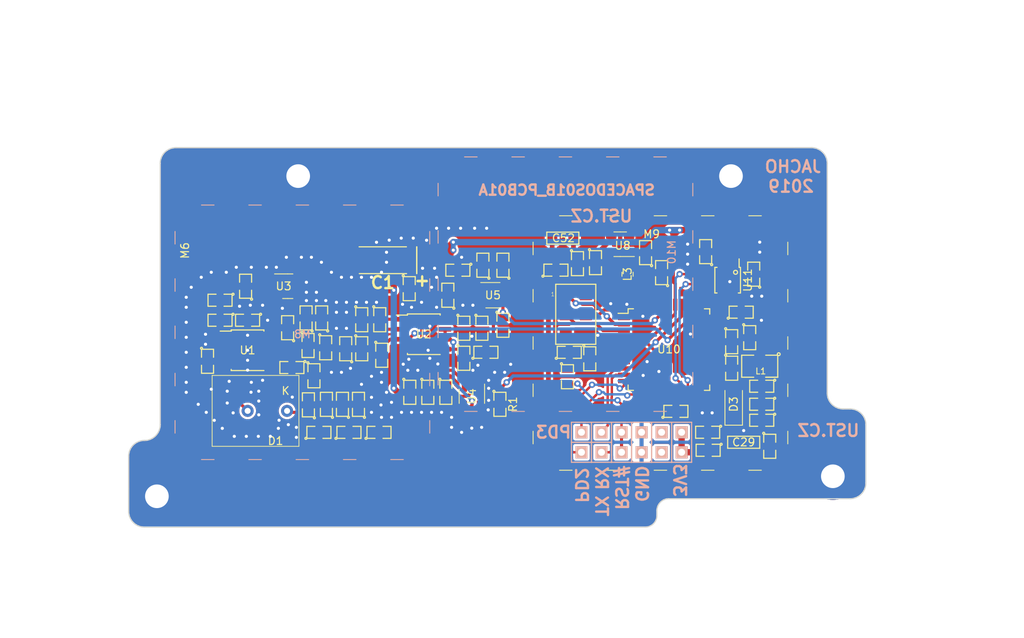
<source format=kicad_pcb>
(kicad_pcb (version 20221018) (generator pcbnew)
  (title_block (title "SPACEDOS01B") (date "2024-02-09") (rev "B") (company "www.ust.cz") (comment 2 "Semiconductor \\nIonizing radiation \\nsatellite spectrometer  \\nand dosimeter ") (comment 3 "Universal Scientific Technologies s.r.o. "))
  (layers (0 "F.Cu" signal) (31 "B.Cu" signal) (34 "B.Paste" user) (36 "B.SilkS" user "B.Silkscreen") (37 "F.SilkS" user "F.Silkscreen") (38 "B.Mask" user) (39 "F.Mask" user) (44 "Edge.Cuts" user))
  (net 0 "")
  (net 1 "GND")
  (net 2 "Net-(C10-Pad2)")
  (net 3 "/VCC1")
  (net 4 "/VCC2")
  (net 5 "/VCC3")
  (net 6 "/VCC4")
  (net 7 "Net-(C10-Pad1)")
  (net 8 "Net-(C15-Pad1)")
  (net 9 "Net-(C15-Pad2)")
  (net 10 "Net-(C16-Pad1)")
  (net 11 "Net-(C18-Pad1)")
  (net 12 "Net-(C18-Pad2)")
  (net 13 "Net-(C19-Pad1)")
  (net 14 "Net-(R12-Pad2)")
  (net 15 "Net-(R13-Pad2)")
  (net 16 "Net-(C2-Pad1)")
  (net 17 "/A")
  (net 18 "/K")
  (net 19 "Net-(R1-Pad2)")
  (net 20 "/cpu/AVCC")
  (net 21 "/cpu/RST#")
  (net 22 "/cpu/RST#_P")
  (net 23 "/cpu/PC0")
  (net 24 "/cpu/PC1")
  (net 25 "/cpu/PB5")
  (net 26 "/cpu/PB7")
  (net 27 "/cpu/PB6")
  (net 28 "/cpu/RX0")
  (net 29 "/cpu/TX0")
  (net 30 "Net-(U11-Pad1)")
  (net 31 "Net-(U11-Pad2)")
  (net 32 "+3V3")
  (net 33 "Net-(C21-Pad1)")
  (net 34 "Net-(C42-Pad1)")
  (net 35 "+5V")
  (net 36 "Net-(L3-Pad2)")
  (net 37 "PA1")
  (net 38 "PA0")
  (net 39 "Net-(C40-Pad1)")
  (net 40 "Net-(C29-Pad1)")
  (net 41 "/power/3")
  (net 42 "PB0")
  (net 43 "/cpu/PD3")
  (net 44 "/cpu/PD2")
  (footprint "Mlab_Pin_Headers:SMD_2x03" (layer "F.Cu") (at 149.138627 101.960353)
    (fp_text reference "J22" hide)
    (fp_text value "HEADER_2x03" hide)
  )
  (footprint "Mlab_Mechanical:BMI-S-210-F" (layer "F.Cu") (at 97.568527 89.956653)
    (fp_text reference "M6")
    (fp_text value "BMI-S-210-F")
  )
  (footprint "Package_TO_SOT_SMD:SOT-23-5_HandSoldering" (layer "F.Cu") (at 138.630627 99.541353)
    (fp_text reference "U5")
    (fp_text value "TS5A4594" hide)
  )
  (footprint "Package_TO_SOT_SMD:SOT-23-5_HandSoldering" (layer "F.Cu") (at 135.963627 112.368354 -90)
    (fp_text reference "U4")
    (fp_text value "TS7211" hide)
  )
  (footprint "Mlab_R:SMD-0805" (layer "F.Cu") (at 130.375627 111.860353 -90)
    (fp_text reference "C8")
    (fp_text value "10uF")
  )
  (footprint "Mlab_R:SMD-0805" (layer "F.Cu") (at 102.435627 107.924154 -90)
    (fp_text reference "C3")
    (fp_text value "4u7")
  )
  (footprint "Mlab_R:SMD-0805" (layer "F.Cu") (at 104.023127 100.176353 180)
    (fp_text reference "R6")
    (fp_text value "10M")
  )
  (footprint "Mlab_R:SMD-0805" (layer "F.Cu") (at 132.661627 111.860353 -90)
    (fp_text reference "C13")
    (fp_text value "100nF")
  )
  (footprint "Mlab_Mechanical:MountingHole_3mm" (layer "F.Cu") (at 113.934528 84.421653 -90)
    (fp_text reference "M4" hide)
    (fp_text value "HOLE" hide)
  )
  (footprint "Mlab_R:SMD-0805" (layer "F.Cu") (at 115.229627 113.453853 90)
    (fp_text reference "C24")
    (fp_text value "1uF")
  )
  (footprint "Mlab_R:SMD-0805" (layer "F.Cu") (at 128.018527 98.709154 -90)
    (fp_text reference "C4")
    (fp_text value "10uF")
  )
  (footprint "Mlab_Mechanical:MountingHole_3mm" (layer "F.Cu") (at 168.824527 84.421653 -90)
    (fp_text reference "M2" hide)
    (fp_text value "HOLE" hide)
  )
  (footprint "Package_QFP:TQFP-44_10x10mm_P0.8mm" (layer "F.Cu") (at 160.953627 106.438353)
    (fp_text reference "U10")
    (fp_text value "ATMEGA1284P-AU" hide)
  )
  (footprint "Mlab_R:SMD-0805" (layer "F.Cu") (at 128.089627 111.860353 -90)
    (fp_text reference "R4")
    (fp_text value "470R")
  )
  (footprint "Mlab_R:SMD-0805" (layer "F.Cu") (at 107.515627 102.716353 180)
    (fp_text reference "C10")
    (fp_text value "100nF")
  )
  (footprint "Mlab_R:SMD-0805" (layer "F.Cu") (at 104.023127 102.716353 180)
    (fp_text reference "C5")
    (fp_text value "1pFNP0 251R15S1R0AV4E" hide)
  )
  (footprint "Mlab_R:SMD-0805" (layer "F.Cu") (at 132.915627 99.541352 90)
    (fp_text reference "R3")
    (fp_text value "470R")
  )
  (footprint "Mlab_R:SMD-0805" (layer "F.Cu") (at 112.595627 103.668853 90)
    (fp_text reference "R2")
    (fp_text value "470R")
  )
  (footprint "Mlab_IO:SOIC-8_3.9x4.9mm_Pitch1.27mm" (layer "F.Cu") (at 129.867627 104.494353)
    (fp_text reference "U2")
    (fp_text value "OPA2314" hide)
  )
  (footprint "Mlab_R:SMD-0805" (layer "F.Cu") (at 121.993627 106.335853 -90)
    (fp_text reference "R10")
    (fp_text value "1k")
  )
  (footprint "Mlab_R:SMD-0805" (layer "F.Cu") (at 124.279627 102.652853 -90)
    (fp_text reference "C18")
    (fp_text value "2n2")
  )
  (footprint "Mlab_IO:SOIC-8_3.9x4.9mm_Pitch1.27mm" (layer "F.Cu") (at 107.515627 106.526353)
    (fp_text reference "U1")
    (fp_text value "OPA2314" hide)
  )
  (footprint "Mlab_R:SMD-0805" (layer "F.Cu") (at 107.261627 98.398353 90)
    (fp_text reference "C20")
    (fp_text value "100nF")
  )
  (footprint "Mlab_R:SMD-0805" (layer "F.Cu") (at 113.137027 108.721653 180)
    (fp_text reference "R7")
    (fp_text value "10k")
  )
  (footprint "Mlab_R:SMD-0805" (layer "F.Cu") (at 124.533627 107.161353 -90)
    (fp_text reference "C17")
    (fp_text value "4u7")
  )
  (footprint "Mlab_R:SMD-0805" (layer "F.Cu") (at 115.184527 105.924154 -90)
    (fp_text reference "R9")
    (fp_text value "4k7")
  )
  (footprint "Mlab_R:SMD-0805" (layer "F.Cu") (at 114.934527 102.424153 90)
    (fp_text reference "C11")
    (fp_text value "100nF")
  )
  (footprint "Mlab_R:SMD-0805" (layer "F.Cu") (at 119.961627 106.335853 90)
    (fp_text reference "C16")
    (fp_text value "100nF")
  )
  (footprint "Mlab_R:SMD-0805" (layer "F.Cu") (at 121.993627 102.652853 -90)
    (fp_text reference "R11")
    (fp_text value "4k7")
  )
  (footprint "Mlab_R:SMD-0805" (layer "F.Cu") (at 117.421627 106.208853 -90)
    (fp_text reference "C15")
    (fp_text value "3n3")
  )
  (footprint "Mlab_R:SMD-0805" (layer "F.Cu") (at 134.185627 96.366353 180)
    (fp_text reference "R5")
    (fp_text value "470R")
  )
  (footprint "Mlab_R:SMD-0805" (layer "F.Cu") (at 134.947627 103.732353 -90)
    (fp_text reference "C12")
    (fp_text value "100nF")
  )
  (footprint "Mlab_IO:TSSOP-10_3x3mm_Pitch0.5mm" (layer "F.Cu") (at 168.404527 97.629653 -90)
    (fp_text reference "U11")
    (fp_text value "PCF85263A" hide)
  )
  (footprint "Mlab_R:SMD-0805" (layer "F.Cu") (at 137.741627 106.780353)
    (fp_text reference "R13")
    (fp_text value "2k2")
  )
  (footprint "Mlab_R:SMD-0805" (layer "F.Cu") (at 137.360627 95.731353 90)
    (fp_text reference "C9")
    (fp_text value "10uF")
  )
  (footprint "Mlab_R:SMD-0805" (layer "F.Cu") (at 139.900627 95.731354 90)
    (fp_text reference "C14")
    (fp_text value "100nF")
  )
  (footprint "Mlab_R:SMD-0805" (layer "F.Cu") (at 137.233627 103.732353 -90)
    (fp_text reference "C7")
    (fp_text value "10uF")
  )
  (footprint "Mlab_R:SMD-0805" (layer "F.Cu") (at 139.900627 103.351353 -90)
    (fp_text reference "R12")
    (fp_text value "10k")
  )
  (footprint "Mlab_R:SMD-1210" (layer "F.Cu") (at 172.468527 108.551654 180)
    (fp_text reference "L1")
    (fp_text value "10uH - LQH32CN100K23L" hide)
  )
  (footprint "Mlab_R:SMD-0805" (layer "F.Cu") (at 134.947627 107.542353 -90)
    (fp_text reference "C19")
    (fp_text value "1nF/NP0")
  )
  (footprint "Package_TO_SOT_SMD:SOT-23-5" (layer "F.Cu") (at 154.772527 93.070353 180)
    (fp_text reference "U8")
    (fp_text value "TPS613222ADBV" hide)
  )
  (footprint "Mlab_R:SMD-0805" (layer "F.Cu") (at 117.515627 113.390353 90)
    (fp_text reference "C2")
    (fp_text value "100nF")
  )
  (footprint "Diode_SMD:D_MiniMELF" (layer "F.Cu") (at 169.166527 113.377653 90)
    (fp_text reference "D3")
    (fp_text value "BZV55C-5,6V" hide)
  )
  (footprint "Mlab_R:SMD-0805" (layer "F.Cu") (at 165.928027 119.219653 180)
    (fp_text reference "F2")
    (fp_text value "2R2" hide)
  )
  (footprint "Mlab_R:SMD-0805" (layer "F.Cu") (at 173.738527 118.711653 -90)
    (fp_text reference "C55")
    (fp_text value "100nF")
  )
  (footprint "Resistor_SMD:R_0805_2012Metric_Pad1.15x1.40mm_HandSolder" (layer "F.Cu") (at 155.704527 96.876653 90)
    (fp_text reference "L3")
    (fp_text value "DFE252012P-4R7M" hide)
  )
  (footprint "Mlab_XTAL:ABS07" (layer "F.Cu") (at 169.146527 93.311653 180)
    (fp_text reference "Y2")
    (fp_text value "ABS07-120-32.768KHZ-T" hide)
  )
  (footprint "Mlab_R:SMD-0805" (layer "F.Cu") (at 116.563127 116.946352)
    (fp_text reference "R22")
    (fp_text value "4k7")
  )
  (footprint "Mlab_R:SMD-0805" (layer "F.Cu") (at 120.373127 116.946353)
    (fp_text reference "R19")
    (fp_text value "4k7")
  )
  (footprint "Mlab_R:SMD-0805" (layer "F.Cu") (at 124.183127 116.946353)
    (fp_text reference "R15")
    (fp_text value "4k7")
  )
  (footprint "Mlab_R:SMD-0805" (layer "F.Cu") (at 119.547627 113.390353 90)
    (fp_text reference "C23")
    (fp_text value "10uF")
  )
  (footprint "Mlab_R:SMD-0805" (layer "F.Cu") (at 121.579627 113.390353 90)
    (fp_text reference "C21")
    (fp_text value "10uF")
  )
  (footprint "Mlab_R:SMD-0805" (layer "F.Cu") (at 150.916627 107.611853 -90)
    (fp_text reference "C34")
    (fp_text value "100nF")
  )
  (footprint "Mlab_R:SMD-0805" (layer "F.Cu") (at 172.722527 113.377653 180)
    (fp_text reference "C27")
    (fp_text value "100nF")
  )
  (footprint "Mlab_R:SMD-0805" (layer "F.Cu") (at 170.119027 101.693653)
    (fp_text reference "R20")
    (fp_text value "10k")
  )
  (footprint "Mlab_R:SMD-0805" (layer "F.Cu") (at 148.313127 106.786353)
    (fp_text reference "R23")
    (fp_text value "10k")
  )
  (footprint "Mlab_R:SMD-0805" (layer "F.Cu") (at 172.722527 115.409653 180)
    (fp_text reference "C26")
    (fp_text value "100nF")
  )
  (footprint "Package_TO_SOT_SMD:SOT-23" (layer "F.Cu") (at 112.611627 98.398353)
    (fp_text reference "U3")
    (fp_text value "ISL21080DIH312Z-TK  1V25" hide)
  )
  (footprint "Mlab_R:SMD-0805" (layer "F.Cu") (at 148.084528 109.885153 -90)
    (fp_text reference "C43")
    (fp_text value "4u7")
  )
  (footprint "Mlab_Mechanical:MountingHole_3mm" (layer "F.Cu") (at 181.744527 122.521653 -90)
    (fp_text reference "M1" hide)
    (fp_text value "HOLE" hide)
  )
  (footprint "Mlab_R:SMD-0805" (layer "F.Cu") (at 161.838627 114.279354)
    (fp_text reference "C39")
    (fp_text value "100nF")
  )
  (footprint "Mlab_R:SMD-0805" (layer "F.Cu") (at 172.722527 111.091653 180)
    (fp_text reference "C28")
    (fp_text value "100nF")
  )
  (footprint "Mlab_R:SMD-0805" (layer "F.Cu") (at 139.519627 113.384353 -90)
    (fp_text reference "R1")
    (fp_text value "10R" hide)
  )
  (footprint "Mlab_Mechanical:MountingHole_3mm" (layer "F.Cu") (at 96.014527 125.061654 -90)
    (fp_text reference "M3" hide)
    (fp_text value "HOLE" hide)
  )
  (footprint "Mlab_R:SMD-0805" (layer "F.Cu") (at 165.864527 116.933653 180)
    (fp_text reference "C36")
    (fp_text value "10uF")
  )
  (footprint "Mlab_R:SMD-0805" (layer "F.Cu") (at 157.990527 94.137153 90)
    (fp_text reference "C32")
    (fp_text value "100nF")
  )
  (footprint "RF_Shielding:Laird_Technologies_BMI-S-204-F_32.00x32.00mm" (layer "F.Cu") (at 159.878527 105.605654)
    (fp_text reference "M9")
    (fp_text value "BMI-S-204-F")
  )
  (footprint "Mlab_R:SMD-0805" (layer "F.Cu") (at 165.610527 94.010153 90)
    (fp_text reference "R21")
    (fp_text value "10k")
  )
  (footprint "Mlab_R:SMD-0805" (layer "F.Cu") (at 168.912527 105.440153 -90)
    (fp_text reference "C44")
    (fp_text value "100nF")
  )
  (footprint "Mlab_R:SMD-0805" (layer "F.Cu") (at 168.912527 108.805653 -90)
    (fp_text reference "C31")
    (fp_text value "100nF")
  )
  (footprint "Mlab_R:SMD-0805" (layer "F.Cu") (at 171.198527 104.932153 -90)
    (fp_text reference "C40")
    (fp_text value "10uF")
  )
  (footprint "Mlab_R:SMD-0805" (layer "F.Cu") (at 149.354527 95.534153 -90)
    (fp_text reference "C50")
    (fp_text value "10uF")
  )
  (footprint "Mlab_R:SMD-0805" (layer "F.Cu") (at 151.640526 95.407153 -90)
    (fp_text reference "C42")
    (fp_text value "10uF")
  )
  (footprint "Mlab_R:SMD-0805" (layer "F.Cu") (at 160.022527 96.677153 90)
    (fp_text reference "C35")
    (fp_text value "100nF")
  )
  (footprint "Mlab_R:SMD-0805" (layer "F.Cu") (at 171.706528 96.867653 90)
    (fp_text reference "C47")
    (fp_text value "100nF")
  )
  (footprint "Mlab_R:SMD-0805" (layer "F.Cu") (at 146.624027 96.359653)
    (fp_text reference "C54")
    (fp_text value "100nF")
  )
  (footprint "Mlab_D:HAMAMATSU_S11773-02" (layer "F.Cu") (at 108.524527 114.221653 -90)
    (fp_text reference "D1")
    (fp_text value "S11773-02" hide)
  )
  (footprint "Mlab_R:SMD-0805" (layer "F.Cu") (at 115.934528 109.764853 -90)
    (fp_text reference "R8")
    (fp_text value "1k")
  )
  (footprint "Mlab_R:SMD-0805" (layer "F.Cu") (at 116.913627 102.424153 90)
    (fp_text reference "C6")
    (fp_text value "10uF")
  )
  (footprint "Mlab_C:TantalC_SizeC_Reflow" (layer "F.Cu") (at 124.660627 95.096353 180)
    (fp_text reference "C1")
    (fp_text value "22uF" hide)
  )
  (footprint "Mlab_L:FIR_0805" (layer "F.Cu") (at 170.436527 118.203653)
    (fp_text reference "C29")
    (fp_text value "NFM21PC105-1uF" hide)
  )
  (footprint "Mlab_L:FIR_0805" (layer "F.Cu") (at 147.496527 92.295653 180)
    (fp_text reference "C52")
    (fp_text value "NFM21PC105-1uF" hide)
  )
  (footprint "Mlab_Pin_Headers:Straight_2x01" (layer "B.Cu") (at 154.942527 118.203653 90)
    (fp_text reference "J19" hide)
    (fp_text value "HEADER_2x01_PARALLEL" hide)
  )
  (footprint "Mlab_Pin_Headers:Straight_1x01" (layer "B.Cu") (at 152.402527 116.933653)
    (fp_text reference "J6" hide)
    (fp_text value "HEADER_1x01" hide)
  )
  (footprint "Mlab_Pin_Headers:Straight_1x01" (layer "B.Cu") (at 149.862527 116.933653)
    (fp_text reference "J4" hide)
    (fp_text value "HEADER_1x01" hide)
  )
  (footprint "Mlab_Pin_Headers:Straight_1x01" (layer "B.Cu") (at 152.402527 119.473653)
    (fp_text reference "J7" hide)
    (fp_text value "HEADER_1x01" hide)
  )
  (footprint "Mlab_Pin_Headers:Straight_1x02" (layer "B.Cu") (at 162.562527 118.203653 180)
    (fp_text reference "J3" hide)
    (fp_text value "HEADER_2x01_PARALLEL" hide)
  )
  (footprint "Mlab_Pin_Headers:Straight_1x02" (layer "B.Cu") (at 157.482527 118.203653 180)
    (fp_text reference "J2" hide)
    (fp_text value "HEADER_2x01_PARALLEL" hide)
  )
  (footprint "RF_Shielding:Laird_Technologies_BMI-S-204-F_32.00x32.00mm" (layer "B.Cu") (at 147.830527 98.137654 90)
    (fp_text reference "M10")
    (fp_text value "BMI-S-204-F")
  )
  (footprint "RF_Shielding:Laird_Technologies_BMI-S-204-F_32.00x32.00mm" (layer "B.Cu") (at 114.467627 104.246353)
    (fp_text reference "M8")
    (fp_text value "BMI-S-204-F")
  )
  (footprint "Mlab_Pin_Headers:Straight_1x01" (layer "B.Cu") (at 149.862527 119.473653)
    (fp_text reference "J5" hide)
    (fp_text value "HEADER_1x01" hide)
  )
  (footprint "Mlab_Pin_Headers:Straight_1x02" (layer "B.Cu") (at 160.022527 118.203653)
    (fp_text reference "J1" hide)
    (fp_text value "HEADER_2x01" hide)
  )
  (gr_arc (start 96.434527 82.811653) (mid 97.020314 81.39744) (end 98.434527 80.811653) (stroke (width 0.15)) (layer "Edge.Cuts"))
  (gr_arc (start 92.434527 119.971653) (mid 93.020313 118.557439) (end 94.434527 117.971653) (stroke (width 0.15)) (layer "Edge.Cuts"))
  (gr_arc (start 94.434527 128.971653) (mid 93.020313 128.385867) (end 92.434527 126.971653) (stroke (width 0.15)) (layer "Edge.Cuts"))
  (gr_line (start 94.434527 128.971653) (end 157.934527 128.971653) (stroke (width 0.15)) (layer "Edge.Cuts"))
  (gr_line (start 96.434527 82.811653) (end 96.434527 115.971653) (stroke (width 0.15)) (layer "Edge.Cuts"))
  (gr_line (start 92.434527 119.971653) (end 92.434527 126.971653) (stroke (width 0.15)) (layer "Edge.Cuts"))
  (gr_line (start 159.434527 126.871653) (end 159.434527 127.471653) (stroke (width 0.15)) (layer "Edge.Cuts"))
  (gr_arc (start 159.434527 126.871653) (mid 159.873867 125.810993) (end 160.934527 125.371653) (stroke (width 0.15)) (layer "Edge.Cuts"))
  (gr_arc (start 159.434527 127.471653) (mid 158.995187 128.532313) (end 157.934527 128.971653) (stroke (width 0.15)) (layer "Edge.Cuts"))
  (gr_arc (start 96.434527 115.971653) (mid 95.848741 117.385867) (end 94.434527 117.971653) (stroke (width 0.15)) (layer "Edge.Cuts"))
  (gr_line (start 181.034528 82.811653) (end 181.034527 111.971653) (stroke (width 0.15)) (layer "Edge.Cuts"))
  (gr_line (start 185.934527 115.971653) (end 185.934527 123.371653) (stroke (width 0.15)) (layer "Edge.Cuts"))
  (gr_line (start 183.934527 125.371653) (end 160.934527 125.371653) (stroke (width 0.15)) (layer "Edge.Cuts"))
  (gr_arc (start 185.934527 123.371653) (mid 185.348741 124.785867) (end 183.934527 125.371653) (stroke (width 0.15)) (layer "Edge.Cuts"))
  (gr_line (start 183.934527 113.971653) (end 183.034528 113.971653) (stroke (width 0.15)) (layer "Edge.Cuts"))
  (gr_arc (start 183.034528 113.971653) (mid 181.620314 113.385867) (end 181.034527 111.971653) (stroke (width 0.15)) (layer "Edge.Cuts"))
  (gr_line (start 98.434527 80.811653) (end 179.034528 80.811653) (stroke (width 0.15)) (layer "Edge.Cuts"))
  (gr_arc (start 183.934527 113.971653) (mid 185.348741 114.557439) (end 185.934527 115.971653) (stroke (width 0.15)) (layer "Edge.Cuts"))
  (gr_arc (start 179.034528 80.811653) (mid 180.448741 81.39744) (end 181.034528 82.811653) (stroke (width 0.15)) (layer "Edge.Cuts"))
  (gr_text "UST.CZ" (at 152.402527 89.501653) (layer "B.SilkS") (effects (font (size 1.5 1.5) (thickness 0.3)) (justify mirror)))
  (gr_text "SPACEDOS01B_PCB01A" (at 136.654527 86.199653) (layer "B.SilkS") (effects (font (size 1.3 1.3) (thickness 0.3)) (justify right mirror)))
  (gr_text "RST#" (at 154.942527 120.997653 -90) (layer "B.SilkS") (effects (font (size 1.5 1.5) (thickness 0.3)) (justify right mirror)))
  (gr_text "3V3" (at 162.308527 120.743652 -90) (layer "B.SilkS") (effects (font (size 1.5 1.5) (thickness 0.3)) (justify right mirror)))
  (gr_text "JACHO" (at 176.684527 83.221653) (layer "B.SilkS") (effects (font (size 1.5 1.5) (thickness 0.3)) (justify mirror)))
  (gr_text "UST.CZ" (at 181.184528 116.721653) (layer "B.SilkS") (effects (font (size 1.5 1.5) (thickness 0.3)) (justify mirror)))
  (gr_text "TX" (at 152.402527 124.807653 -90) (layer "B.SilkS") (effects (font (size 1.5 1.5) (thickness 0.3)) (justify right mirror)))
  (gr_text "PD2" (at 149.862527 121.251653 -90) (layer "B.SilkS") (effects (font (size 1.5 1.5) (thickness 0.3)) (justify right mirror)))
  (gr_text "RX" (at 152.402527 122.775653 -90) (layer "B.SilkS") (effects (font (size 1.5 1.5) (thickness 0.3)) (justify mirror)))
  (gr_text "PD3" (at 146.306527 116.933653) (layer "B.SilkS") (effects (font (size 1.5 1.5) (thickness 0.3)) (justify mirror)))
  (gr_text "GND" (at 157.482527 120.997653 -90) (layer "B.SilkS") (effects (font (size 1.5 1.5) (thickness 0.3)) (justify right mirror)))
  (gr_text "2019" (at 176.434527 85.721653) (layer "B.SilkS") (effects (font (size 1.5 1.5) (thickness 0.3)) (justify mirror)))
  (segment (start 161.753627 112.138353) (end 161.753627 113.241853) (width 0.4) (layer "F.Cu") (net 1))
  (segment (start 130.413626 105.960668) (end 130.285626 105.832667) (width 0.25) (layer "F.Cu") (net 1))
  (segment (start 130.413627 106.526353) (end 130.413626 105.960668) (width 0.25) (layer "F.Cu") (net 1))
  (segment (start 161.753627 113.241853) (end 162.791127 114.279353) (width 0.4) (layer "F.Cu") (net 1))
  (segment (start 134.947627 108.494853) (end 136.662128 108.494853) (width 0.4) (layer "F.Cu") (net 1))
  (segment (start 136.725627 108.431353) (end 136.090628 109.066353) (width 0.4) (layer "F.Cu") (net 1))
  (segment (start 101.927627 99.521829) (end 101.927627 100.938353) (width 0.25) (layer "F.Cu") (net 1))
  (segment (start 106.238126 99.71085) (end 105.433629 98.906354) (width 0.25) (layer "F.Cu") (net 1))
  (segment (start 107.515084 107.796896) (end 107.515627 107.796353) (width 0.25) (layer "F.Cu") (net 1))
  (segment (start 107.515627 106.526353) (end 107.515627 104.621353) (width 0.25) (layer "F.Cu") (net 1))
  (segment (start 137.280627 100.491353) (end 136.410627 100.491353) (width 0.4) (layer "F.Cu") (net 1))
  (segment (start 131.810627 108.431353) (end 131.645627 108.266354) (width 0.4) (layer "F.Cu") (net 1))
  (segment (start 109.420627 110.336353) (end 110.434527 109.971653) (width 0.25) (layer "F.Cu") (net 1))
  (segment (start 111.325627 101.446353) (end 110.055627 102.716352) (width 0.25) (layer "F.Cu") (net 1))
  (segment (start 136.027127 104.684853) (end 135.963627 104.748353) (width 0.25) (layer "F.Cu") (net 1))
  (segment (start 101.927627 100.938353) (end 101.927627 105.764353) (width 0.25) (layer "F.Cu") (net 1))
  (segment (start 101.927627 100.938353) (end 101.927627 104.240353) (width 0.25) (layer "F.Cu") (net 1))
  (segment (start 102.543103 98.906353) (end 101.927627 99.521829) (width 0.25) (layer "F.Cu") (net 1))
  (segment (start 105.433629 98.906354) (end 102.543103 98.906353) (width 0.25) (layer "F.Cu") (net 1))
  (segment (start 107.515084 109.046918) (end 107.515084 107.796896) (width 0.25) (layer "F.Cu") (net 1))
  (segment (start 127.962627 107.923353) (end 129.105627 109.066353) (width 0.4) (layer "F.Cu") (net 1))
  (segment (start 106.238126 100.099537) (end 106.238126 99.71085) (width 0.25) (layer "F.Cu") (net 1))
  (segment (start 111.325627 100.811353) (end 111.325627 101.446353) (width 0.25) (layer "F.Cu") (net 1))
  (segment (start 106.822942 100.684353) (end 106.238126 100.099537) (width 0.25) (layer "F.Cu") (net 1))
  (segment (start 136.662128 108.494853) (end 136.725627 108.431353) (width 0.4) (layer "F.Cu") (net 1))
  (segment (start 106.949942 100.811353) (end 106.822942 100.684353) (width 0.25) (layer "F.Cu") (net 1))
  (segment (start 127.962627 107.669353) (end 127.962627 107.923353) (width 0.4) (layer "F.Cu") (net 1))
  (segment (start 107.515627 100.811353) (end 109.420627 100.811353) (width 0.25) (layer "F.Cu") (net 1))
  (segment (start 130.285626 105.832667) (end 130.285626 103.822354) (width 0.25) (layer "F.Cu") (net 1))
  (segment (start 136.410627 100.491353) (end 136.090627 100.811353) (width 0.4) (layer "F.Cu") (net 1))
  (segment (start 101.927627 104.240353) (end 102.181627 104.494353) (width 0.25) (layer "F.Cu") (net 1))
  (segment (start 107.515627 100.811353) (end 106.949942 100.811353) (width 0.25) (layer "F.Cu") (net 1))
  (segment (start 130.285626 103.822354) (end 130.629627 103.478353) (width 0.25) (layer "F.Cu") (net 1))
  (segment (start 106.626627 100.811353) (end 106.499627 100.938353) (width 0.25) (layer "F.Cu") (net 1))
  (segment (start 107.515627 100.811353) (end 106.626627 100.811353) (width 0.25) (layer "F.Cu") (net 1))
  (segment (start 137.233627 104.684853) (end 136.027127 104.684853) (width 0.25) (layer "F.Cu") (net 1))
  (segment (start 136.725627 108.431353) (end 131.810627 108.431353) (width 0.4) (layer "F.Cu") (net 1))
  (segment (start 107.515627 100.811353) (end 107.515627 104.621353) (width 0.25) (layer "F.Cu") (net 1))
  (segment (start 113.451627 111.866353) (end 113.959627 112.374353) (width 0.25) (layer "F.Cu") (net 1))
  (segment (start 113.959627 112.882353) (end 114.467627 113.390353) (width 0.25) (layer "F.Cu") (net 1))
  (segment (start 118.595126 112.437853) (end 119.547628 112.437853) (width 0.25) (layer "F.Cu") (net 1))
  (segment (start 113.959627 112.374353) (end 113.959627 112.882353) (width 0.25) (layer "F.Cu") (net 1))
  (segment (start 151.805627 104.500353) (end 151.932627 104.627353) (width 0.4) (layer "F.Cu") (net 1))
  (segment (start 111.165627 113.771352) (end 111.165627 112.120353) (width 0.25) (layer "F.Cu") (net 1))
  (segment (start 117.515627 113.390353) (end 118.531627 112.374353) (width 0.25) (layer "F.Cu") (net 1))
  (segment (start 111.165627 112.120353) (end 111.419627 111.866353) (width 0.25) (layer "F.Cu") (net 1))
  (segment (start 114.467627 113.390353) (end 117.515627 113.390353) (width 0.25) (layer "F.Cu") (net 1))
  (segment (start 118.531627 112.374353) (end 118.595126 112.437853) (width 0.25) (layer "F.Cu") (net 1))
  (segment (start 150.408627 104.500353) (end 151.805627 104.500353) (width 0.4) (layer "F.Cu") (net 1))
  (segment (start 111.419627 111.866353) (end 113.451627 111.866353) (width 0.25) (layer "F.Cu") (net 1))
  (segment (start 153.646737 100.690354) (end 153.570736 100.614352) (width 0.4) (layer "F.Cu") (net 1))
  (segment (start 138.0553 116.022364) (end 140.683616 116.022364) (width 0.4) (layer "F.Cu") (net 1))
  (segment (start 137.200628 116.311353) (end 137.766312 116.311353) (width 0.4) (layer "F.Cu") (net 1))
  (segment (start 137.766312 116.311353) (end 138.0553 116.022364) (width 0.4) (layer "F.Cu") (net 1))
  (segment (start 141.969627 114.736353) (end 141.969626 113.336353) (width 0.4) (layer "F.Cu") (net 1))
  (segment (start 140.683616 116.022364) (end 141.969627 114.736353) (width 0.4) (layer "F.Cu") (net 1))
  (segment (start 155.615627 100.690353) (end 153.646737 100.690354) (width 0.4) (layer "F.Cu") (net 1))
  (segment (start 108.934527 114.721653) (end 108.934527 115.287338) (width 0.25) (layer "F.Cu") (net 1))
  (segment (start 172.468527 92.803653) (end 171.751526 92.086652) (width 0.25) (layer "F.Cu") (net 1))
  (segment (start 108.816522 115.405343) (end 106.618217 115.405343) (width 0.25) (layer "F.Cu") (net 1))
  (segment (start 127.167627 108.208753) (end 127.256528 108.297653) (width 0.25) (layer "F.Cu") (net 1))
  (segment (start 106.618217 115.405343) (end 105.684527 114.471653) (width 0.25) (layer "F.Cu") (net 1))
  (segment (start 167.404527 95.479653) (end 167.404527 96.465888) (width 0.25) (layer "F.Cu") (net 1))
  (segment (start 127.167627 106.399353) (end 127.167627 108.208753) (width 0.25) (layer "F.Cu") (net 1))
  (segment (start 108.934527 115.287338) (end 108.816522 115.405343) (width 0.25) (layer "F.Cu") (net 1))
  (segment (start 168.677365 97.738726) (end 168.677365 97.820153) (width 0.25) (layer "F.Cu") (net 1))
  (segment (start 167.404527 96.465888) (end 168.677365 97.738726) (width 0.25) (layer "F.Cu") (net 1))
  (segment (start 171.751526 92.086652) (end 166.819528 92.086652) (width 0.25) (layer "F.Cu") (net 1))
  (via (at 153.570736 100.614352) (size 0.8) (drill 0.4) (layers "F.Cu" "B.Cu") (net 1))
  (via (at 135.94505 116.412314) (size 0.8) (drill 0.4) (layers "F.Cu" "B.Cu") (net 1))
  (via (at 138.031934 114.09466) (size 0.8) (drill 0.4) (layers "F.Cu" "B.Cu") (net 1))
  (via (at 157.647627 102.214353) (size 0.8) (drill 0.4) (layers "F.Cu" "B.Cu") (net 1))
  (via (at 123.230627 112.501353) (size 0.8) (drill 0.4) (layers "F.Cu" "B.Cu") (net 1))
  (via (at 107.355627 117.454353) (size 0.8) (drill 0.4) (layers "F.Cu" "B.Cu") (net 1))
  (via (at 105.831627 117.454353) (size 0.8) (drill 0.4) (layers "F.Cu" "B.Cu") (net 1))
  (via (at 104.307627 116.438353) (size 0.8) (drill 0.4) (layers "F.Cu" "B.Cu") (net 1))
  (via (at 103.291627 115.422353) (size 0.8) (drill 0.4) (layers "F.Cu" "B.Cu") (net 1))
  (via (at 151.932627 104.627353) (size 0.8) (drill 0.4) (layers "F.Cu" "B.Cu") (net 1))
  (via (at 125.770627 113.136353) (size 0.8) (drill 0.4) (layers "F.Cu" "B.Cu") (net 1))
  (via (at 124.500627 110.596353) (size 0.8) (drill 0.4) (layers "F.Cu" "B.Cu") (net 1))
  (via (at 112.684527 115.971653) (size 0.8) (drill 0.4) (layers "F.Cu" "B.Cu") (net 1))
  (via (at 140.883627 108.310353) (size 0.8) (drill 0.4) (layers "F.Cu" "B.Cu") (net 1))
  (via (at 125.770628 115.041353) (size 0.8) (drill 0.4) (layers "F.Cu" "B.Cu") (net 1))
  (via (at 138.089627 111.358353) (size 0.8) (drill 0.4) (layers "F.Cu" "B.Cu") (net 1))
  (via (at 119.420627 109.326353) (size 0.8) (drill 0.4) (layers "F.Cu" "B.Cu") (net 1))
  (via (at 113.705627 117.581353) (size 0.8) (drill 0.4) (layers "F.Cu" "B.Cu") (net 1))
  (via (at 138.089627 110.342353) (size 0.8) (drill 0.4) (layers "F.Cu" "B.Cu") (net 1))
  (via (at 134.660627 116.946352) (size 0.8) (drill 0.4) (layers "F.Cu" "B.Cu") (net 1))
  (via (at 124.500627 115.041353) (size 0.8) (drill 0.4) (layers "F.Cu" "B.Cu") (net 1))
  (via (at 120.563627 108.818353) (size 0.8) (drill 0.4) (layers "F.Cu" "B.Cu") (net 1))
  (via (at 127.040627 114.406353) (size 0.8) (drill 0.4) (layers "F.Cu" "B.Cu") (net 1))
  (via (at 113.705627 116.311353) (size 0.8) (drill 0.4) (layers "F.Cu" "B.Cu") (net 1))
  (via (at 111.419627 116.438353) (size 0.8) (drill 0.4) (layers "F.Cu" "B.Cu") (net 1))
  (via (at 133.390627 116.311353) (size 0.8) (drill 0.4) (layers "F.Cu" "B.Cu") (net 1))
  (via (at 133.390627 115.041353) (size 0.8) (drill 0.4) (layers "F.Cu" "B.Cu") (net 1))
  (via (at 110.403627 117.454353) (size 0.8) (drill 0.4) (layers "F.Cu" "B.Cu") (net 1))
  (via (at 124.500627 109.326353) (size 0.8) (drill 0.4) (layers "F.Cu" "B.Cu") (net 1))
  (via (at 123.230626 109.834353) (size 0.8) (drill 0.4) (layers "F.Cu" "B.Cu") (net 1))
  (via (at 155.615627 100.690353) (size 0.8) (drill 0.4) (layers "F.Cu" "B.Cu") (net 1))
  (via (at 140.121627 109.326353) (size 0.8) (drill 0.4) (layers "F.Cu" "B.Cu") (net 1))
  (via (at 129.580627 114.406353) (size 0.8) (drill 0.4) (layers "F.Cu" "B.Cu") (net 1))
  (via (at 137.200628 116.311353) (size 0.8) (drill 0.4) (layers "F.Cu" "B.Cu") (net 1))
  (via (at 130.850627 114.406353) (size 0.8) (drill 0.4) (layers "F.Cu" "B.Cu") (net 1))
  (via (at 128.310627 114.406353) (size 0.8) (drill 0.4) (layers "F.Cu" "B.Cu") (net 1))
  (via (at 123.230627 114.406353) (size 0.8) (drill 0.4) (layers "F.Cu" "B.Cu") (net 1))
  (via (at 138.851627 109.326353) (size 0.8) (drill 0.4) (layers "F.Cu" "B.Cu") (net 1))
  (via (at 138.089628 112.882353) (size 0.8) (drill 0.4) (layers "F.Cu" "B.Cu") (net 1))
  (via (at 125.135627 111.866353) (size 0.8) (drill 0.4) (layers "F.Cu" "B.Cu") (net 1))
  (via (at 121.960627 110.850353) (size 0.8) (drill 0.4) (layers "F.Cu" "B.Cu") (net 1))
  (via (at 118.150627 109.326353) (size 0.8) (drill 0.4) (layers "F.Cu" "B.Cu") (net 1))
  (via (at 132.120627 114.406353) (size 0.8) (drill 0.4) (layers "F.Cu" "B.Cu") (net 1))
  (via (at 108.879627 117.454353) (size 0.8) (drill 0.4) (layers "F.Cu" "B.Cu") (net 1))
  (via (at 131.485626 97.261353) (size 0.8) (drill 0.4) (layers "F.Cu" "B.Cu") (net 1))
  (via (at 117.434527 100.221653) (size 0.8) (drill 0.4) (layers "F.Cu" "B.Cu") (net 1))
  (via (at 107.990627 110.596353) (size 0.8) (drill 0.4) (layers "F.Cu" "B.Cu") (net 1))
  (via (at 107.952527 111.853653) (size 0.8) (drill 0.4) (layers "F.Cu" "B.Cu") (net 1))
  (via (at 104.934527 111.721654) (size 0.8) (drill 0.4) (layers "F.Cu" "B.Cu") (net 1))
  (via (at 102.910628 111.471653) (size 0.8) (drill 0.4) (layers "F.Cu" "B.Cu") (net 1))
  (via (at 99.735627 110.596353) (size 0.8) (drill 0.4) (layers "F.Cu" "B.Cu") (net 1))
  (via (at 127.167627 100.690353) (size 0.8) (drill 0.4) (layers "F.Cu" "B.Cu") (net 1))
  (via (at 99.735628 108.691353) (size 0.8) (drill 0.4) (layers "F.Cu" "B.Cu") (net 1))
  (via (at 120.055627 100.436353) (size 0.8) (drill 0.4) (layers "F.Cu" "B.Cu") (net 1))
  (via (at 129.580627 100.436353) (size 0.8) (drill 0.4) (layers "F.Cu" "B.Cu") (net 1))
  (via (at 108.934527 112.971653) (size 0.8) (drill 0.4) (layers "F.Cu" "B.Cu") (net 1))
  (via (at 99.735627 99.801353) (size 0.8) (drill 0.4) (layers "F.Cu" "B.Cu") (net 1))
  (via (at 108.934527 114.721653) (size 0.8) (drill 0.4) (layers "F.Cu" "B.Cu") (net 1))
  (via (at 120.055626 103.738353) (size 0.8) (drill 0.4) (layers "F.Cu" "B.Cu") (net 1))
  (via (at 111.508527 115.409652) (size 0.8) (drill 0.4) (layers "F.Cu" "B.Cu") (net 1))
  (via (at 99.735627 102.976353) (size 0.8) (drill 0.4) (layers "F.Cu" "B.Cu") (net 1))
  (via (at 113.184527 112.471653) (size 0.8) (drill 0.4) (layers "F.Cu" "B.Cu") (net 1))
  (via (at 99.735627 101.071353) (size 0.8) (drill 0.4) (layers "F.Cu" "B.Cu") (net 1))
  (via (at 107.990627 95.991353) (size 0.8) (drill 0.4) (layers "F.Cu" "B.Cu") (net 1))
  (via (at 102.275627 114.406353) (size 0.8) (drill 0.4) (layers "F.Cu" "B.Cu") (net 1))
  (via (at 108.934527 111.721653) (size 0.8) (drill 0.4) (layers "F.Cu" "B.Cu") (net 1))
  (via (at 104.815627 96.626354) (size 0.8) (drill 0.4) (layers "F.Cu" "B.Cu") (net 1))
  (via (at 99.735628 111.866353) (size 0.8) (drill 0.4) (layers "F.Cu" "B.Cu") (net 1))
  (via (at 99.735627 106.786353) (size 0.8) (drill 0.4) (layers "F.Cu" "B.Cu") (net 1))
  (via (at 100.370626 98.531353) (size 0.8) (drill 0.4) (layers "F.Cu" "B.Cu") (net 1))
  (via (at 101.640627 97.261352) (size 0.8) (drill 0.4) (layers "F.Cu" "B.Cu") (net 1))
  (via (at 130.850627 98.531353) (size 0.8) (drill 0.4) (layers "F.Cu" "B.Cu") (net 1))
  (via (at 131.231627 96.118353) (size 0.8) (drill 0.4) (layers "F.Cu" "B.Cu") (net 1))
  (via (at 128.310627 101.071353) (size 0.8) (drill 0.4) (layers "F.Cu" "B.Cu") (net 1))
  (via (at 118.785627 103.738353) (size 0.8) (drill 0.4) (layers "F.Cu" "B.Cu") (net 1))
  (via (at 131.485627 101.071353) (size 0.8) (drill 0.4) (layers "F.Cu" "B.Cu") (net 1))
  (via (at 120.055626 101.706353) (size 0.8) (drill 0.4) (layers "F.Cu" "B.Cu") (net 1))
  (via (at 118.785627 100.436353) (size 0.8) (drill 0.4) (layers "F.Cu" "B.Cu") (net 1))
  (via (at 118.785627 101.706353) (size 0.8) (drill 0.4) (layers "F.Cu" "B.Cu") (net 1))
  (via (at 123.865627 100.436353) (size 0.8) (drill 0.4) (layers "F.Cu" "B.Cu") (net 1))
  (via (at 116.245627 99.166353) (size 0.8) (drill 0.4) (layers "F.Cu" "B.Cu") (net 1))
  (via (at 122.595627 100.436353) (size 0.8) (drill 0.4) (layers "F.Cu" "B.Cu") (net 1))
  (via (at 121.325627 100.436352) (size 0.8) (drill 0.4) (layers "F.Cu" "B.Cu") (net 1))
  (via (at 105.684527 114.471653) (size 0.8) (drill 0.4) (layers "F.Cu" "B.Cu") (net 1))
  (via (at 105.184527 110.471653) (size 0.8) (drill 0.4) (layers "F.Cu" "B.Cu") (net 1))
  (via (at 99.735627 104.881354) (size 0.8) (drill 0.4) (layers "F.Cu" "B.Cu") (net 1))
  (via (at 102.910627 96.626353) (size 0.8) (drill 0.4) (layers "F.Cu" "B.Cu") (net 1))
  (via (at 129.707627 96.118352) (size 0.8) (drill 0.4) (layers "F.Cu" "B.Cu") (net 1))
  (via (at 106.085627 95.991353) (size 0.8) (drill 0.4) (layers "F.Cu" "B.Cu") (net 1))
  (via (at 104.934527 113.221653) (size 0.8) (drill 0.4) (layers "F.Cu" "B.Cu") (net 1))
  (via (at 116.880627 95.356353) (size 0.8) (drill 0.4) (layers "F.Cu" "B.Cu") (net 1))
  (via (at 125.135627 95.356353) (size 0.8) (drill 0.4) (layers "F.Cu" "B.Cu") (net 1))
  (via (at 123.230627 97.261353) (size 0.8) (drill 0.4) (layers "F.Cu" "B.Cu") (net 1))
  (via (at 118.150627 96.626354) (size 0.8) (drill 0.4) (layers "F.Cu" "B.Cu") (net 1))
  (via (at 136.311627 91.038353) (size 0.8) (drill 0.4) (layers "F.Cu" "B.Cu") (net 1))
  (via (at 125.135627 94.086353) (size 0.8) (drill 0.4) (layers "F.Cu" "B.Cu") (net 1))
  (via (at 127.962627 107.669353) (size 0.8) (drill 0.4) (layers "F.Cu" "B.Cu") (net 1))
  (via (at 131.485627 91.038353) (size 0.8) (drill 0.4) (layers "F.Cu" "B.Cu") (net 1))
  (via (at 119.420627 97.261353) (size 0.8) (drill 0.4) (layers "F.Cu" "B.Cu") (net 1))
  (via (at 125.478527 92.549653) (size 0.8) (drill 0.4) (layers "F.Cu" "B.Cu") (net 1))
  (via (at 135.963627 104.748353) (size 0.8) (drill 0.4) (layers "F.Cu" "B.Cu") (net 1))
  (via (at 123.865627 92.816353) (size 0.8) (drill 0.4) (layers "F.Cu" "B.Cu") (net 1))
  (via (at 133.009628 91.038353) (size 0.8) (drill 0.4) (layers "F.Cu" "B.Cu") (net 1))
  (via (at 136.090627 100.811353) (size 0.8) (drill 0.4) (layers "F.Cu" "B.Cu") (net 1))
  (via (at 128.526527 92.295653) (size 0.8) (drill 0.4) (layers "F.Cu" "B.Cu") (net 1))
  (via (at 102.181627 104.494353) (size 0.8) (drill 0.4) (layers "F.Cu" "B.Cu") (net 1))
  (via (at 129.105627 109.066353) (size 0.8) (drill 0.4) (layers "F.Cu" "B.Cu") (net 1))
  (via (at 116.245627 100.221653) (size 0.8) (drill 0.4) (layers "F.Cu" "B.Cu") (net 1))
  (via (at 134.533626 91.038353) (size 0.8) (drill 0.4) (layers "F.Cu" "B.Cu") (net 1))
  (via (at 114.975627 100.221654) (size 0.8) (drill 0.4) (layers "F.Cu" "B.Cu") (net 1))
  (via (at 114.975627 97.896353) (size 0.8) (drill 0.4) (layers "F.Cu" "B.Cu") (net 1))
  (via (at 130.413627 106.526353) (size 0.8) (drill 0.4) (layers "F.Cu" "B.Cu") (net 1))
  (via (at 111.165627 95.991353) (size 0.8) (drill 0.4) (layers "F.Cu" "B.Cu") (net 1))
  (via (at 106.499627 100.938353) (size 0.8) (drill 0.4) (layers "F.Cu" "B.Cu") (net 1))
  (via (at 134.820628 100.811353) (size 0.8) (drill 0.4) (layers "F.Cu" "B.Cu") (net 1))
  (via (at 136.725627 108.431353) (size 0.8) (drill 0.4) (layers "F.Cu" "B.Cu") (net 1))
  (via (at 130.623813 107.548167) (size 0.8) (drill 0.4) (layers "F.Cu" "B.Cu") (net 1))
  (via (at 124.500627 96.626354) (size 0.8) (drill 0.4) (layers "F.Cu" "B.Cu") (net 1))
  (via (at 130.629627 103.478353) (size 0.8) (drill 0.4) (layers "F.Cu" "B.Cu") (net 1))
  (via (at 121.960627 97.261353) (size 0.8) (drill 0.4) (layers "F.Cu" "B.Cu") (net 1))
  (via (at 115.610627 94.721353) (size 0.8) (drill 0.4) (layers "F.Cu" "B.Cu") (net 1))
  (via (at 114.975627 99.166353) (size 0.8) (drill 0.4) (layers "F.Cu" "B.Cu") (net 1))
  (via (at 109.895627 95.991353) (size 0.8) (drill 0.4) (layers "F.Cu" "B.Cu") (net 1))
  (via (at 112.435627 94.721353) (size 0.8) (drill 0.4) (layers "F.Cu" "B.Cu") (net 1))
  (via (at 131.645627 108.266354) (size 0.8) (drill 0.4) (layers "F.Cu" "B.Cu") (net 1))
  (via (at 114.340627 94.721353) (size 0.8) (drill 0.4) (layers "F.Cu" "B.Cu") (net 1))
  (via (at 120.690627 97.261353) (size 0.8) (drill 0.4) (layers "F.Cu" "B.Cu") (net 1))
  (via (at 136.090628 109.066353) (size 0.8) (drill 0.4) (layers "F.Cu" "B.Cu") (net 1))
  (via (at 137.835627 91.038353) (size 0.8) (drill 0.4) (layers "F.Cu" "B.Cu") (net 1))
  (via (at 127.002527 92.295653) (size 0.8) (drill 0.4) (layers "F.Cu" "B.Cu") (net 1))
  (via (at 130.215627 92.562353) (size 0.8) (drill 0.4) (layers "F.Cu" "B.Cu") (net 1))
  (via (at 127.835627 109.066353) (size 0.8) (drill 0.4) (layers "F.Cu" "B.Cu") (net 1))
  (via (at 102.181627 105.764353) (size 0.8) (drill 0.4) (layers "F.Cu" "B.Cu") (net 1))
  (via (at 107.515084 109.046918) (size 0.8) (drill 0.4) (layers "F.Cu" "B.Cu") (net 1))
  (via (at 109.420627 110.336353) (size 0.8) (drill 0.4) (layers "F.Cu" "B.Cu") (net 1))
  (via (at 134.660627 94.721353) (size 0.8) (drill 0.4) (layers "F.Cu" "B.Cu") (net 1))
  (via (at 107.515627 104.621353) (size 0.8) (drill 0.4) (layers "F.Cu" "B.Cu") (net 1))
  (via (at 101.259627 113.390353) (size 0.8) (drill 0.4) (layers "F.Cu" "B.Cu") (net 1))
  (via (at 107.515627 107.796353) (size 0.8) (drill 0.4) (layers "F.Cu" "B.Cu") (net 1))
  (via (at 107.515627 106.526353) (size 0.8) (drill 0.4) (layers "F.Cu" "B.Cu") (net 1))
  (via (at 107.863627 100.811353) (size 0.8) (drill 0.4) (layers "F.Cu" "B.Cu") (net 1))
  (via (at 109.420627 100.811353) (size 0.8) (drill 0.4) (layers "F.Cu" "B.Cu") (net 1))
  (via (at 111.927627 101.198353) (size 0.8) (drill 0.4) (layers "F.Cu" "B.Cu") (net 1))
  (via (at 110.055627 102.716352) (size 0.8) (drill 0.4) (layers "F.Cu" "B.Cu") (net 1))
  (via (at 124.434527 113.471653) (size 0.8) (drill 0.4) (layers "F.Cu" "B.Cu") (net 1))
  (via (at 163.684527 104.471653) (size 0.8) (drill 0.4) (layers "F.Cu" "B.Cu") (net 1))
  (via (at 165.184527 114.471653) (size 0.8) (drill 0.4) (layers "F.Cu" "B.Cu") (net 1))
  (via (at 171.452527 99.661653) (size 0.8) (drill 0.4) (layers "F.Cu" "B.Cu") (net 1))
  (via (at 163.324527 94.327653) (size 0.8) (drill 0.4) (layers "F.Cu" "B.Cu") (net 1))
  (via (at 166.434527 114.471653) (size 0.8) (drill 0.4) (layers "F.Cu" "B.Cu") (net 1))
  (via (at 172.468527 92.803653) (size 0.8) (drill 0.4) (layers "F.Cu" "B.Cu") (net 1))
  (via (at 168.677365 97.820153) (size 0.8) (drill 0.4) (layers "F.Cu" "B.Cu") (net 1))
  (via (at 163.324527 93.057654) (size 0.8) (drill 0.4) (layers "F.Cu" "B.Cu") (net 1))
  (via (at 127.256528 108.297653) (size 0.8) (drill 0.4) (layers "F.Cu" "B.Cu") (net 1))
  (via (at 163.324527 95.597653) (size 0.8) (drill 0.4) (layers "F.Cu" "B.Cu") (net 1))
  (via (at 172.722527 99.661653) (size 0.8) (drill 0.4) (layers "F.Cu" "B.Cu") (net 1))
  (via (at 172.684527 102.721653) (size 0.8) (drill 0.4) (layers "F.Cu" "B.Cu") (net 1))
  (via (at 157.684527 109.721653) (size 0.8) (drill 0.4) (layers "F.Cu" "B.Cu") (net 1))
  (via (at 158.184527 107.971653) (size 0.8) (drill 0.4) (layers "F.Cu" "B.Cu") (net 1))
  (via (at 170.434527 116.721653) (size 0.8) (drill 0.4) (layers "F.Cu" "B.Cu") (net 1))
  (via (at 172.468527 94.073654) (size 0.8) (drill 0.4) (layers "F.Cu" "B.Cu") (net 1))
  (via (at 159.684527 109.221653) (size 0.8) (drill 0.4) (layers "F.Cu" "B.Cu") (net 1))
  (segment (start 130.629627 102.208353) (end 130.883627 101.954353) (width 0.25) (layer "B.Cu") (net 1))
  (segment (start 130.629627 103.478353) (end 130.629627 102.208353) (width 0.25) (layer "B.Cu") (net 1))
  (segment (start 102.181627 104.494353) (end 102.181627 105.764353) (width 0.25) (layer "B.Cu") (net 1))
  (segment (start 129.105627 109.066353) (end 127.835627 109.066353) (width 0.4) (layer "B.Cu") (net 1))
  (segment (start 131.645627 108.266354) (end 131.645627 107.758353) (width 0.4) (layer "B.Cu") (net 1))
  (segment (start 136.725627 105.510353) (end 135.963627 104.748353) (width 0.4) (layer "B.Cu") (net 1))
  (segment (start 109.420627 100.811353) (end 111.325627 100.811353) (width 0.25) (layer "B.Cu") (net 1))
  (segment (start 110.690627 110.336353) (end 109.401192 109.046918) (width 0.25) (layer "B.Cu") (net 1))
  (segment (start 109.401192 109.046918) (end 107.515084 109.046918) (width 0.25) (layer "B.Cu") (net 1))
  (segment (start 136.725627 108.431353) (end 136.725627 105.510353) (width 0.4) (layer "B.Cu") (net 1))
  (segment (start 131.645627 107.758353) (end 130.413627 106.526353) (width 0.4) (layer "B.Cu") (net 1))
  (segment (start 131.341999 108.266353) (end 130.623813 107.548167) (width 0.4) (layer "B.Cu") (net 1))
  (segment (start 107.515627 107.796353) (end 107.515627 106.526353) (width 0.25) (layer "B.Cu") (net 1))
  (segment (start 136.090627 100.811353) (end 134.820628 100.811353) (width 0.4) (layer "B.Cu") (net 1))
  (segment (start 131.645627 108.266354) (end 131.341999 108.266353) (width 0.4) (layer "B.Cu") (net 1))
  (segment (start 127.334328 108.297653) (end 127.256528 108.297653) (width 0.25) (layer "B.Cu") (net 1))
  (segment (start 127.962627 107.669353) (end 127.334328 108.297653) (width 0.25) (layer "B.Cu") (net 1))
  (segment (start 104.815627 102.876353) (end 104.975627 102.716353) (width 0.4) (layer "F.Cu") (net 2))
  (segment (start 104.815627 104.621353) (end 104.815627 102.876353) (width 0.4) (layer "F.Cu") (net 2))
  (segment (start 104.975627 100.176353) (end 104.975627 102.716353) (width 0.4) (layer "F.Cu") (net 2))
  (segment (start 106.563127 102.716353) (end 104.975627 102.716353) (width 0.4) (layer "F.Cu") (net 2))
  (segment (start 113.230627 104.240353) (end 113.865627 104.240353) (width 0.4) (layer "F.Cu") (net 3))
  (segment (start 112.849627 104.621353) (end 113.230627 104.240353) (width 0.4) (layer "F.Cu") (net 3))
  (segment (start 114.881627 103.605353) (end 116.913627 103.605353) (width 0.4) (layer "F.Cu") (net 3))
  (segment (start 112.595627 104.621353) (end 112.849627 104.621353) (width 0.4) (layer "F.Cu") (net 3))
  (segment (start 110.215627 104.621353) (end 112.595627 104.621353) (width 0.4) (layer "F.Cu") (net 3))
  (segment (start 114.500627 103.605353) (end 113.865627 104.240353) (width 0.4) (layer "F.Cu") (net 3))
  (segment (start 114.881627 103.605353) (end 114.500627 103.605353) (width 0.4) (layer "F.Cu") (net 3))
  (segment (start 132.567627 102.589353) (end 132.567627 100.841853) (width 0.4) (layer "F.Cu") (net 4))
  (segment (start 132.567627 102.589353) (end 134.757127 102.589353) (width 0.4) (layer "F.Cu") (net 4))
  (segment (start 134.757127 102.589353) (end 134.947627 102.779853) (width 0.4) (layer "F.Cu") (net 4))
  (segment (start 134.947627 102.779853) (end 137.233627 102.779853) (width 0.4) (layer "F.Cu") (net 4))
  (segment (start 132.567627 100.841853) (end 132.915627 100.493854) (width 0.4) (layer "F.Cu") (net 4))
  (segment (start 130.375626 110.907853) (end 132.661627 110.907854) (width 0.4) (layer "F.Cu") (net 5))
  (segment (start 128.089627 110.907853) (end 130.375626 110.907853) (width 0.4) (layer "F.Cu") (net 5))
  (segment (start 132.915627 110.907854) (end 134.376127 112.368354) (width 0.4) (layer "F.Cu") (net 5))
  (segment (start 134.376127 112.368354) (end 135.407912 112.368353) (width 0.4) (layer "F.Cu") (net 5))
  (segment (start 135.407912 112.368353) (end 135.963627 111.812638) (width 0.4) (layer "F.Cu") (net 5))
  (segment (start 132.661627 110.907854) (end 132.915627 110.907854) (width 0.4) (layer "F.Cu") (net 5))
  (segment (start 135.963627 111.812638) (end 135.963627 111.018352) (width 0.4) (layer "F.Cu") (net 5))
  (segment (start 137.043127 96.366353) (end 137.360627 96.683853) (width 0.4) (layer "F.Cu") (net 6))
  (segment (start 139.980627 96.763853) (end 139.900627 96.683853) (width 0.4) (layer "F.Cu") (net 6))
  (segment (start 137.360627 96.683853) (end 139.900627 96.683853) (width 0.4) (layer "F.Cu") (net 6))
  (segment (start 135.138127 96.366353) (end 137.043127 96.366353) (width 0.4) (layer "F.Cu") (net 6))
  (segment (start 139.980627 98.591352) (end 139.980627 96.763853) (width 0.4) (layer "F.Cu") (net 6))
  (segment (start 110.215627 108.431353) (end 112.278127 108.431353) (width 0.4) (layer "F.Cu") (net 7))
  (segment (start 110.215627 108.431353) (end 109.040627 108.431353) (width 0.4) (layer "F.Cu") (net 7))
  (segment (start 108.468127 107.858853) (end 109.040627 108.431353) (width 0.4) (layer "F.Cu") (net 7))
  (segment (start 108.468127 102.716352) (end 108.468127 107.858853) (width 0.4) (layer "F.Cu") (net 7))
  (segment (start 112.278127 108.431353) (end 112.595627 108.748853) (width 0.4) (layer "F.Cu") (net 7))
  (segment (start 117.548627 105.383353) (end 117.421627 105.256353) (width 0.4) (layer "F.Cu") (net 8))
  (segment (start 119.961627 105.383353) (end 117.548627 105.383353) (width 0.4) (layer "F.Cu") (net 8))
  (segment (start 117.421627 105.256353) (end 115.135627 105.256353) (width 0.4) (layer "F.Cu") (net 8))
  (segment (start 110.215627 105.891353) (end 114.500627 105.891353) (width 0.4) (layer "F.Cu") (net 8))
  (segment (start 114.500627 105.891353) (end 115.135627 105.256353) (width 0.4) (layer "F.Cu") (net 8))
  (segment (start 115.135627 107.161354) (end 117.421628 107.161353) (width 0.4) (layer "F.Cu") (net 9))
  (segment (start 110.215627 107.161353) (end 115.135627 107.161354) (width 0.4) (layer "F.Cu") (net 9))
  (segment (start 115.184527 108.062353) (end 115.934527 108.812353) (width 0.4) (layer "F.Cu") (net 9))
  (segment (start 115.184527 106.876653) (end 115.184527 108.062353) (width 0.4) (layer "F.Cu") (net 9))
  (segment (start 119.961627 107.288353) (end 121.993627 107.288353) (width 0.4) (layer "F.Cu") (net 10))
  (segment (start 127.167627 102.589353) (end 128.978627 102.589353) (width 0.4) (layer "F.Cu") (net 11))
  (segment (start 131.645627 99.541353) (end 130.375627 100.811353) (width 0.4) (layer "F.Cu") (net 11))
  (segment (start 125.168627 102.589353) (end 124.279627 101.700353) (width 0.4) (layer "F.Cu") (net 11))
  (segment (start 127.167627 102.589353) (end 125.168627 102.589353) (width 0.4) (layer "F.Cu") (net 11))
  (segment (start 121.993627 101.700353) (end 124.279627 101.700353) (width 0.4) (layer "F.Cu") (net 11))
  (segment (start 135.013627 110.563353) (end 133.516627 109.066353) (width 0.4) (layer "F.Cu") (net 11))
  (segment (start 135.013627 110.563353) (end 135.013627 111.018353) (width 0.4) (layer "F.Cu") (net 11))
  (segment (start 135.150627 99.541353) (end 131.645627 99.541353) (width 0.4) (layer "F.Cu") (net 11))
  (segment (start 130.375627 100.811353) (end 129.613627 101.573353) (width 0.4) (layer "F.Cu") (net 11))
  (segment (start 129.486627 102.589353) (end 129.613627 102.716353) (width 0.4) (layer "F.Cu") (net 11))
  (segment (start 128.978627 102.589353) (end 129.486627 102.589353) (width 0.4) (layer "F.Cu") (net 11))
  (segment (start 129.613627 107.669353) (end 129.613627 106.526353) (width 0.4) (layer "F.Cu") (net 11))
  (segment (start 137.280627 98.591353) (end 136.100627 98.591353) (width 0.4) (layer "F.Cu") (net 11))
  (segment (start 129.613627 102.716353) (end 129.613627 106.526353) (width 0.4) (layer "F.Cu") (net 11))
  (segment (start 129.613627 101.573353) (end 129.613627 102.716353) (width 0.4) (layer "F.Cu") (net 11))
  (segment (start 131.010627 109.066353) (end 129.613627 107.669353) (width 0.4) (layer "F.Cu") (net 11))
  (segment (start 133.516627 109.066353) (end 131.010627 109.066353) (width 0.4) (layer "F.Cu") (net 11))
  (segment (start 136.100627 98.591353) (end 135.150627 99.541353) (width 0.4) (layer "F.Cu") (net 11))
  (segment (start 121.993627 103.605353) (end 124.279627 103.605353) (width 0.4) (layer "F.Cu") (net 12))
  (segment (start 127.167627 103.859353) (end 124.533628 103.859353) (width 0.4) (layer "F.Cu") (net 12))
  (segment (start 121.993627 105.383353) (end 121.993627 103.605353) (width 0.4) (layer "F.Cu") (net 12))
  (segment (start 124.533628 103.859353) (end 124.279627 103.605353) (width 0.4) (layer "F.Cu") (net 12))
  (segment (start 134.947628 106.589853) (end 136.598627 106.589853) (width 0.4) (layer "F.Cu") (net 13))
  (segment (start 134.757127 106.399353) (end 134.947628 106.589853) (width 0.4) (layer "F.Cu") (net 13))
  (segment (start 136.598627 106.589853) (end 136.789127 106.780353) (width 0.4) (layer "F.Cu") (net 13))
  (segment (start 132.567627 106.399353) (end 134.757127 106.399353) (width 0.4) (layer "F.Cu") (net 13))
  (segment (start 139.900627 107.796353) (end 139.900627 104.303852) (width 0.4) (layer "F.Cu") (net 14))
  (segment (start 138.320627 108.431353) (end 139.265627 108.431353) (width 0.4) (layer "F.Cu") (net 14))
  (segment (start 136.913627 111.018353) (end 136.913627 109.838353) (width 0.4) (layer "F.Cu") (net 14))
  (segment (start 139.265627 108.431353) (end 139.900627 107.796353) (width 0.4) (layer "F.Cu") (net 14))
  (segment (start 136.913627 109.838353) (end 138.320627 108.431353) (width 0.4) (layer "F.Cu") (net 14))
  (segment (start 138.460627 99.541353) (end 137.280627 99.541353) (width 0.4) (layer "F.Cu") (net 15))
  (segment (start 138.694127 99.774853) (end 138.460627 99.541353) (width 0.4) (layer "F.Cu") (net 15))
  (segment (start 138.694127 106.780353) (end 138.694127 99.774853) (width 0.4) (layer "F.Cu") (net 15))
  (segment (start 117.515627 116.946353) (end 119.420627 116.946353) (width 0.4) (layer "F.Cu") (net 16))
  (segment (start 119.547627 114.342853) (end 119.547627 116.819353) (width 0.4) (layer "F.Cu") (net 16))
  (segment (start 119.547627 116.819353) (end 119.420627 116.946353) (width 0.4) (layer "F.Cu") (net 16))
  (segment (start 117.515627 116.946353) (end 117.515627 114.342853) (width 0.4) (layer "F.Cu") (net 16))
  (segment (start 104.815627 105.891353) (end 105.990627 105.891352) (width 0.4) (layer "F.Cu") (net 17))
  (segment (start 104.815627 105.891353) (end 103.705627 105.891352) (width 0.4) (layer "F.Cu") (net 17))
  (segment (start 103.705627 105.891352) (end 103.070627 105.256353) (width 0.4) (layer "F.Cu") (net 17))
  (segment (start 103.070627 100.176353) (end 103.070627 102.716353) (width 0.4) (layer "F.Cu") (net 17))
  (segment (start 105.990627 105.891352) (end 106.245627 106.146353) (width 0.4) (layer "F.Cu") (net 17))
  (segment (start 103.070627 105.256353) (end 103.070627 102.716353) (width 0.4) (layer "F.Cu") (net 17))
  (segment (start 106.245627 109.242553) (end 106.245627 111.910553) (width 0.4) (layer "F.Cu") (net 17))
  (segment (start 106.245627 111.910553) (end 106.245627 112.942753) (width 0.4) (layer "F.Cu") (net 17))
  (segment (start 106.245627 112.942753) (end 107.524527 114.221653) (width 0.4) (layer "F.Cu") (net 17))
  (segment (start 106.245627 106.146353) (end 106.245627 109.242553) (width 0.4) (layer "F.Cu") (net 17))
  (segment (start 115.610627 116.946353) (end 115.610627 114.787353) (width 0.4) (layer "F.Cu") (net 18))
  (segment (start 115.229627 114.406353) (end 113.925627 114.406353) (width 0.4) (layer "F.Cu") (net 18))
  (segment (start 115.610627 114.787353) (end 115.229627 114.406353) (width 0.4) (layer "F.Cu") (net 18))
  (segment (start 112.709227 114.406353) (end 112.524527 114.221653) (width 0.4) (layer "F.Cu") (net 18))
  (segment (start 115.229627 114.406353) (end 112.709227 114.406353) (width 0.4) (layer "F.Cu") (net 18))
  (segment (start 137.835627 115.422353) (end 136.311619 115.422353) (width 0.4) (layer "F.Cu") (net 19))
  (segment (start 135.013627 113.718353) (end 135.013627 114.173353) (width 0.4) (layer "F.Cu") (net 19))
  (segment (start 135.013627 114.173353) (end 136.262627 115.422353) (width 0.4) (layer "F.Cu") (net 19))
  (segment (start 139.519627 114.336853) (end 138.921127 114.336853) (width 0.4) (layer "F.Cu") (net 19))
  (segment (start 138.921127 114.336853) (end 137.835627 115.422353) (width 0.4) (layer "F.Cu") (net 19))
  (segment (start 136.262627 115.422353) (end 136.311619 115.422353) (width 0.4) (layer "F.Cu") (net 19))
  (segment (start 132.567626 103.859353) (end 132.567627 105.129353) (width 0.4) (layer "F.Cu") (net 19))
  (segment (start 133.232227 105.129353) (end 133.606527 105.503653) (width 0.4) (layer "F.Cu") (net 19))
  (segment (start 135.98873 113.46825) (end 135.98873 112.927085) (width 0.4) (layer "F.Cu") (net 19))
  (segment (start 135.738627 113.718353) (end 135.98873 113.46825) (width 0.4) (layer "F.Cu") (net 19))
  (segment (start 132.567627 105.129353) (end 133.232227 105.129353) (width 0.4) (layer "F.Cu") (net 19))
  (segment (start 135.013627 113.718353) (end 135.738627 113.718353) (width 0.4) (layer "F.Cu") (net 19))
  (via (at 135.98873 112.927085) (size 0.8) (drill 0.4) (layers "F.Cu" "B.Cu") (net 19))
  (via (at 133.606527 105.503653) (size 0.8) (drill 0.4) (layers "F.Cu" "B.Cu") (net 19))
  (segment (start 135.588731 112.527086) (end 135.98873 112.927085) (width 0.4) (layer "B.Cu") (net 19))
  (segment (start 133.606527 105.503653) (end 133.606527 110.544882) (width 0.4) (layer "B.Cu") (net 19))
  (segment (start 133.606527 110.544882) (end 135.588731 112.527086) (width 0.4) (layer "B.Cu") (net 19))
  (segment (start 168.297727 107.238353) (end 168.912527 107.853153) (width 0.3) (layer "F.Cu") (net 20))
  (segment (start 170.246028 107.853153) (end 170.944527 108.551653) (width 0.8) (layer "F.Cu") (net 20))
  (segment (start 166.653627 107.238353) (end 168.297727 107.238353) (width 0.3) (layer "F.Cu") (net 20))
  (segment (start 168.912527 107.853153) (end 170.246028 107.853153) (width 0.8) (layer "F.Cu") (net 20))
  (segment (start 154.942527 116.933653) (end 154.942527 113.377652) (width 0.3) (layer "F.Cu") (net 21))
  (segment (start 154.942527 113.377652) (end 154.834526 113.269652) (width 0.3) (layer "F.Cu") (net 21))
  (segment (start 149.278227 110.837653) (end 149.354527 110.761353) (width 0.3) (layer "F.Cu") (net 21))
  (segment (start 148.084527 110.837653) (end 149.278227 110.837653) (width 0.3) (layer "F.Cu") (net 21))
  (segment (start 154.834526 113.269652) (end 154.434527 112.869653) (width 0.3) (layer "F.Cu") (net 21))
  (segment (start 154.942527 116.933653) (end 154.942527 119.473652) (width 0.4) (layer "F.Cu") (net 21))
  (via (at 149.354527 110.761353) (size 0.8) (drill 0.4) (layers "F.Cu" "B.Cu") (net 21))
  (via (at 154.434527 112.869653) (size 0.8) (drill 0.4) (layers "F.Cu" "B.Cu") (net 21))
  (segment (start 153.868842 112.869653) (end 154.434527 112.869653) (width 0.3) (layer "B.Cu") (net 21))
  (segment (start 149.354527 110.761353) (end 151.462827 112.869653) (width 0.3) (layer "B.Cu") (net 21))
  (segment (start 151.462827 112.869653) (end 153.868842 112.869653) (width 0.3) (layer "B.Cu") (net 21))
  (segment (start 147.360628 106.786353) (end 147.360627 105.008353) (width 0.4) (layer "F.Cu") (net 22))
  (segment (start 149.030628 105.662354) (end 147.868627 104.500353) (width 0.4) (layer "F.Cu") (net 22))
  (segment (start 152.084168 105.662354) (end 149.030628 105.662354) (width 0.4) (layer "F.Cu") (net 22))
  (segment (start 147.360627 105.008353) (end 147.868627 104.500353) (width 0.4) (layer "F.Cu") (net 22))
  (segment (start 152.908169 104.838353) (end 152.084168 105.662354) (width 0.4) (layer "F.Cu") (net 22))
  (segment (start 155.253626 104.838353) (end 152.908169 104.838353) (width 0.4) (layer "F.Cu") (net 22))
  (segment (start 147.360627 108.208753) (end 148.084527 108.932653) (width 0.3) (layer "F.Cu") (net 22))
  (segment (start 147.360628 106.786353) (end 147.360627 108.208753) (width 0.3) (layer "F.Cu") (net 22))
  (segment (start 162.553626 112.138353) (end 162.553626 110.828753) (width 0.3) (layer "F.Cu") (net 23))
  (segment (start 162.200526 110.475652) (end 161.800527 110.075653) (width 0.3) (layer "F.Cu") (net 23))
  (segment (start 165.610528 96.867653) (end 162.874212 96.867653) (width 0.3) (layer "F.Cu") (net 23))
  (segment (start 167.134527 96.867653) (end 165.610528 96.867653) (width 0.3) (layer "F.Cu") (net 23))
  (segment (start 162.874212 96.867653) (end 162.308527 96.867653) (width 0.3) (layer "F.Cu") (net 23))
  (segment (start 167.904527 99.779652) (end 167.904527 97.637653) (width 0.3) (layer "F.Cu") (net 23))
  (segment (start 165.610527 94.962653) (end 165.610528 96.867653) (width 0.3) (layer "F.Cu") (net 23))
  (segment (start 167.904527 97.637653) (end 167.134527 96.867653) (width 0.3) (layer "F.Cu") (net 23))
  (segment (start 162.553626 110.828753) (end 162.200526 110.475652) (width 0.3) (layer "F.Cu") (net 23))
  (via (at 161.800527 110.075653) (size 0.8) (drill 0.4) (layers "F.Cu" "B.Cu") (net 23))
  (via (at 162.308527 96.867653) (size 0.8) (drill 0.4) (layers "F.Cu" "B.Cu") (net 23))
  (segment (start 161.800527 110.075653) (end 161.800527 97.375653) (width 0.3) (layer "B.Cu") (net 23))
  (segment (start 161.800527 97.375653) (end 162.308527 96.867653) (width 0.3) (layer "B.Cu") (net 23))
  (segment (start 167.404527 100.626153) (end 168.472027 101.693653) (width 0.25) (layer "F.Cu") (net 24))
  (segment (start 168.472027 101.693653) (end 169.166527 101.693653) (width 0.25) (layer "F.Cu") (net 24))
  (segment (start 166.612529 98.137655) (end 164.409529 98.137655) (width 0.3) (layer "F.Cu") (net 24))
  (segment (start 167.404527 98.929653) (end 166.612529 98.137655) (width 0.3) (layer "F.Cu") (net 24))
  (segment (start 167.404527 99.779653) (end 167.404527 98.929653) (width 0.3) (layer "F.Cu") (net 24))
  (segment (start 167.404527 99.779653) (end 167.404527 99.354653) (width 0.3) (layer "F.Cu") (net 24))
  (segment (start 163.353627 110.358753) (end 163.324527 110.329653) (width 0.3) (layer "F.Cu") (net 24))
  (segment (start 167.404527 99.779653) (end 167.404527 100.626153) (width 0.25) (layer "F.Cu") (net 24))
  (segment (start 163.636212 98.137655) (end 163.070526 98.137655) (width 0.3) (layer "F.Cu") (net 24))
  (segment (start 164.409529 98.137655) (end 163.636212 98.137655) (width 0.3) (layer "F.Cu") (net 24))
  (segment (start 163.353627 112.138353) (end 163.353627 110.358753) (width 0.3) (layer "F.Cu") (net 24))
  (via (at 163.324527 110.329653) (size 0.8) (drill 0.4) (layers "F.Cu" "B.Cu") (net 24))
  (via (at 163.070526 98.137655) (size 0.8) (drill 0.4) (layers "F.Cu" "B.Cu") (net 24))
  (segment (start 162.300537 109.305663) (end 163.324527 110.329653) (width 0.3) (layer "B.Cu") (net 24))
  (segment (start 163.070526 98.137655) (end 162.300537 98.907645) (width 0.3) (layer "B.Cu") (net 24))
  (segment (start 162.300537 98.907645) (end 162.300537 109.305663) (width 0.3) (layer "B.Cu") (net 24))
  (segment (start 150.408627 101.960353) (end 152.145625 101.960353) (width 0.4) (layer "F.Cu") (net 25))
  (segment (start 153.754626 101.414352) (end 154.778627 102.438353) (width 0.4) (layer "F.Cu") (net 25))
  (segment (start 152.145625 101.960353) (end 152.691626 101.414352) (width 0.4) (layer "F.Cu") (net 25))
  (segment (start 152.691626 101.414352) (end 153.754626 101.414352) (width 0.4) (layer "F.Cu") (net 25))
  (segment (start 154.778627 102.438353) (end 155.253627 102.438353) (width 0.4) (layer "F.Cu") (net 25))
  (segment (start 152.613627 104.038353) (end 151.697628 103.122354) (width 0.4) (layer "F.Cu") (net 26))
  (segment (start 151.697628 103.122354) (end 149.030628 103.122354) (width 0.4) (layer "F.Cu") (net 26))
  (segment (start 149.030628 103.122354) (end 147.868627 101.960353) (width 0.4) (layer "F.Cu") (net 26))
  (segment (start 155.253627 104.038353) (end 152.613627 104.038353) (width 0.4) (layer "F.Cu") (net 26))
  (segment (start 154.099627 103.238353) (end 153.475626 102.614352) (width 0.4) (layer "F.Cu") (net 27))
  (segment (start 155.253627 103.238353) (end 154.099627 103.238353) (width 0.4) (layer "F.Cu") (net 27))
  (segment (start 147.868627 99.420353) (end 147.995627 99.420353) (width 0.4) (layer "F.Cu") (net 27))
  (segment (start 153.475626 102.614352) (end 153.075627 102.214353) (width 0.4) (layer "F.Cu") (net 27))
  (segment (start 147.995627 99.420353) (end 149.138627 100.563353) (width 0.4) (layer "F.Cu") (net 27))
  (via (at 153.075627 102.214353) (size 0.8) (drill 0.4) (layers "F.Cu" "B.Cu") (net 27))
  (via (at 149.138627 100.563353) (size 0.8) (drill 0.4) (layers "F.Cu" "B.Cu") (net 27))
  (segment (start 149.138627 100.563353) (end 151.424627 100.563353) (width 0.4) (layer "B.Cu") (net 27))
  (segment (start 151.424627 100.563353) (end 152.675628 101.814354) (width 0.4) (layer "B.Cu") (net 27))
  (segment (start 152.675628 101.814354) (end 153.075627 102.214353) (width 0.4) (layer "B.Cu") (net 27))
  (segment (start 155.253626 108.838353) (end 154.203627 108.838353) (width 0.3) (layer "F.Cu") (net 28))
  (segment (start 153.184516 109.857463) (end 153.184516 116.091178) (width 0.3) (layer "F.Cu") (net 28))
  (segment (start 152.402527 116.873167) (end 153.184516 116.091178) (width 0.3) (layer "F.Cu") (net 28))
  (segment (start 154.203627 108.838353) (end 153.184516 109.857463) (width 0.3) (layer "F.Cu") (net 28))
  (segment (start 152.402527 116.933653) (end 152.402527 116.873167) (width 0.3) (layer "F.Cu") (net 28))
  (segment (start 153.714769 119.223412) (end 153.464528 119.473653) (width 0.3) (layer "F.Cu") (net 29))
  (segment (start 155.253627 109.638353) (end 154.203627 109.638353) (width 0.3) (layer "F.Cu") (net 29))
  (segment (start 153.684526 112.509652) (end 153.684526 114.321168) (width 0.3) (layer "F.Cu") (net 29))
  (segment (start 153.464528 119.473653) (end 152.402527 119.473653) (width 0.3) (layer "F.Cu") (net 29))
  (segment (start 153.684526 114.321168) (end 153.714769 114.351411) (width 0.3) (layer "F.Cu") (net 29))
  (segment (start 153.714769 114.351411) (end 153.714769 119.223412) (width 0.3) (layer "F.Cu") (net 29))
  (segment (start 153.714769 112.479409) (end 153.684526 112.509652) (width 0.3) (layer "F.Cu") (net 29))
  (segment (start 153.714769 110.127211) (end 153.714769 112.479409) (width 0.3) (layer "F.Cu") (net 29))
  (segment (start 154.203627 109.638353) (end 153.714769 110.127211) (width 0.3) (layer "F.Cu") (net 29))
  (segment (start 170.396527 93.605653) (end 169.404527 94.597653) (width 0.25) (layer "F.Cu") (net 30))
  (segment (start 169.404527 94.597653) (end 169.404527 94.819653) (width 0.25) (layer "F.Cu") (net 30))
  (segment (start 170.396527 93.311653) (end 170.396527 93.605653) (width 0.25) (layer "F.Cu") (net 30))
  (segment (start 169.404527 95.479653) (end 169.404527 94.819653) (width 0.25) (layer "F.Cu") (net 30))
  (segment (start 168.904527 94.719653) (end 167.896527 93.711653) (width 0.25) (layer "F.Cu") (net 31))
  (segment (start 168.904527 95.479653) (end 168.904527 94.719653) (width 0.25) (layer "F.Cu") (net 31))
  (segment (start 167.896527 93.711653) (end 167.896527 93.311653) (width 0.25) (layer "F.Cu") (net 31))
  (segment (start 155.253627 105.638353) (end 152.956711 105.638353) (width 0.4) (layer "F.Cu") (net 32))
  (segment (start 151.935711 106.659353) (end 150.916627 106.659353) (width 0.4) (layer "F.Cu") (net 32))
  (segment (start 160.953628 112.138353) (end 160.953627 114.211852) (width 0.4) (layer "F.Cu") (net 32))
  (segment (start 150.916627 106.659353) (end 149.392627 106.659353) (width 0.4) (layer "F.Cu") (net 32))
  (segment (start 152.956711 105.638353) (end 151.935711 106.659353) (width 0.4) (layer "F.Cu") (net 32))
  (segment (start 160.953627 114.211852) (end 160.886127 114.279353) (width 0.4) (layer "F.Cu") (net 32))
  (segment (start 149.392627 106.659353) (end 149.265627 106.786353) (width 0.4) (layer "F.Cu") (net 32))
  (segment (start 155.253627 105.638353) (end 156.839625 105.638353) (width 0.4) (layer "F.Cu") (net 32))
  (segment (start 113.783126 101.528854) (end 113.783126 100.093852) (width 0.4) (layer "F.Cu") (net 32))
  (segment (start 128.089627 112.812853) (end 127.518127 112.812853) (width 0.8) (layer "F.Cu") (net 32))
  (segment (start 111.661627 97.448352) (end 111.611627 97.448353) (width 0.8) (layer "F.Cu") (net 32))
  (segment (start 111.661627 97.448352) (end 112.595627 98.382353) (width 0.4) (layer "F.Cu") (net 32))
  (segment (start 133.233127 96.366353) (end 133.233127 98.271353) (width 0.8) (layer "F.Cu") (net 32))
  (segment (start 113.783126 100.093852) (end 112.595627 98.906353) (width 0.4) (layer "F.Cu") (net 32))
  (segment (start 126.057627 96.224113) (end 127.185387 95.096353) (width 0.8) (layer "F.Cu") (net 32))
  (segment (start 115.525627 96.248353) (end 112.861627 96.248353) (width 0.8) (layer "F.Cu") (net 32))
  (segment (start 127.518127 112.812853) (end 126.057627 111.352353) (width 0.8) (layer "F.Cu") (net 32))
  (segment (start 112.595627 98.906353) (end 112.595627 98.382353) (width 0.4) (layer "F.Cu") (net 32))
  (segment (start 118.183627 98.906354) (end 115.525627 96.248353) (width 0.8) (layer "F.Cu") (net 32))
  (segment (start 126.057627 98.906353) (end 118.183627 98.906354) (width 0.8) (layer "F.Cu") (net 32))
  (segment (start 112.595627 102.716353) (end 113.783126 101.528854) (width 0.4) (layer "F.Cu") (net 32))
  (segment (start 133.233127 98.271353) (end 132.915627 98.588853) (width 0.8) (layer "F.Cu") (net 32))
  (segment (start 112.861627 96.248353) (end 111.661627 97.448352) (width 0.8) (layer "F.Cu") (net 32))
  (segment (start 173.992527 101.693653) (end 173.992527 97.883653) (width 0.8) (layer "F.Cu") (net 32))
  (segment (start 161.753627 98.090753) (end 161.408526 97.745652) (width 0.4) (layer "F.Cu") (net 32))
  (segment (start 161.753627 100.738353) (end 161.753627 98.090753) (width 0.4) (layer "F.Cu") (net 32))
  (segment (start 171.071527 101.693653) (end 171.816027 101.693653) (width 0.3) (layer "F.Cu") (net 32))
  (segment (start 157.990527 95.089653) (end 157.990526 97.883653) (width 0.6) (layer "F.Cu") (net 32))
  (segment (start 165.610527 91.279653) (end 163.578527 91.279653) (width 0.8) (layer "F.Cu") (net 32))
  (segment (start 161.408526 97.717152) (end 161.408526 97.745652) (width 0.6) (layer "F.Cu") (net 32))
  (segment (start 129.260467 95.096353) (end 129.655767 94.701052) (width 0.8) (layer "F.Cu") (net 32))
  (segment (start 172.231027 117.759153) (end 171.786527 118.203653) (width 0.8) (layer "F.Cu") (net 32))
  (segment (start 129.655767 94.701052) (end 133.233127 94.701053) (width 0.8) (layer "F.Cu") (net 32))
  (segment (start 158.003627 105.638352) (end 156.403627 105.638353) (width 0.4) (layer "F.Cu") (net 32))
  (segment (start 162.816527 91.279653) (end 161.038527 91.279653) (width 0.8) (layer "F.Cu") (net 32))
  (segment (start 168.404527 95.479653) (end 168.404527 96.486653) (width 0.3) (layer "F.Cu") (net 32))
  (segment (start 173.738527 117.759153) (end 172.231027 117.759153) (width 0.8) (layer "F.Cu") (net 32))
  (segment (start 133.233127 96.366353) (end 133.233127 93.177053) (width 0.8) (layer "F.Cu") (net 32))
  (segment (start 161.753627 100.738353) (end 161.753626 101.888353) (width 0.4) (layer "F.Cu") (net 32))
  (segment (start 165.610527 92.313153) (end 165.610527 91.279653) (width 0.3) (layer "F.Cu") (net 32))
  (segment (start 161.753626 101.888353) (end 158.003627 105.638352) (width 0.4) (layer "F.Cu") (net 32))
  (segment (start 173.992527 92.295653) (end 172.976527 91.279653) (width 0.8) (layer "F.Cu") (net 32))
  (segment (start 126.113527 97.756653) (end 126.057627 97.700753) (width 0.5) (layer "F.Cu") (net 32))
  (segment (start 173.484526 110.901153) (end 173.675027 111.091653) (width 0.8) (layer "F.Cu") (net 32))
  (segment (start 128.018527 97.756652) (end 126.113527 97.756653) (width 0.5) (layer "F.Cu") (net 32))
  (segment (start 169.404527 99.779653) (end 169.404527 98.153653) (width 0.3) (layer "F.Cu") (net 32))
  (segment (start 157.903627 105.638353) (end 156.839625 105.638353) (width 0.3) (layer "F.Cu") (net 32))
  (segment (start 133.233127 94.701053) (end 133.233127 94.193053) (width 0.8) (layer "F.Cu") (net 32))
  (segment (start 161.321027 97.629653) (end 161.408526 97.717152) (width 0.6) (layer "F.Cu") (net 32))
  (segment (start 173.992527 97.883653) (end 173.992527 92.295653) (width 0.8) (layer "F.Cu") (net 32))
  (segment (start 157.990526 97.883653) (end 158.008527 97.901653) (width 0.6) (layer "F.Cu") (net 32))
  (segment (start 173.675027 115.409653) (end 173.675027 117.695653) (width 0.8) (layer "F.Cu") (net 32))
  (segment (start 160.953628 112.138353) (end 160.953627 108.382553) (width 0.4) (layer "F.Cu") (net 32))
  (segment (start 160.022527 97.629653) (end 161.321027 97.629653) (width 0.6) (layer "F.Cu") (net 32))
  (segment (start 161.438526 91.679652) (end 161.438525 92.149654) (width 0.6) (layer "F.Cu") (net 32))
  (segment (start 158.008527 97.901653) (end 159.750527 97.901653) (width 0.6) (layer "F.Cu") (net 32))
  (segment (start 161.408526 92.179654) (end 161.408526 97.745652) (width 0.6) (layer "F.Cu") (net 32))
  (segment (start 173.484527 108.551653) (end 173.484526 110.901153) (width 0.8) (layer "F.Cu") (net 32))
  (segment (start 162.308527 91.279653) (end 161.438525 92.149654) (width 0.6) (layer "F.Cu") (net 32))
  (segment (start 171.816027 101.693653) (end 173.992527 101.693653) (width 0.3) (layer "F.Cu") (net 32))
  (segment (start 156.403627 105.638353) (end 155.253627 105.638353) (width 0.4) (layer "F.Cu") (net 32))
  (segment (start 163.578527 91.279653) (end 162.816527 91.279653) (width 0.8) (layer "F.Cu") (net 32))
  (segment (start 150.408627 99.420352) (end 150.408627 99.369552) (width 0.6) (layer "F.Cu") (net 32))
  (segment (start 161.038527 91.279653) (end 161.438526 91.679652) (width 0.6) (layer "F.Cu") (net 32))
  (segment (start 133.233127 93.177053) (end 133.606527 92.803653) (width 0.8) (layer "F.Cu") (net 32))
  (segment (start 173.675027 113.377653) (end 173.675027 115.409653) (width 0.8) (layer "F.Cu") (net 32))
  (segment (start 173.992527 97.883653) (end 173.929027 97.820153) (width 0.3) (layer "F.Cu") (net 32))
  (segment (start 168.404527 96.486653) (end 169.738027 97.820153) (width 0.3) (layer "F.Cu") (net 32))
  (segment (start 162.816527 91.279653) (end 162.308527 91.279653) (width 0.8) (layer "F.Cu") (net 32))
  (segment (start 158.209427 105.638353) (end 157.903627 105.638353) (width 0.4) (layer "F.Cu") (net 32))
  (segment (start 126.057627 97.700753) (end 126.057627 96.224113) (width 0.8) (layer "F.Cu") (net 32))
  (segment (start 133.233127 94.193053) (end 133.606527 93.819653) (width 0.8) (layer "F.Cu") (net 32))
  (segment (start 173.675027 111.091653) (end 173.675027 113.377653) (width 0.8) (layer "F.Cu") (net 32))
  (segment (start 169.738027 97.820153) (end 171.706527 97.820153) (width 0.3) (layer "F.Cu") (net 32))
  (segment (start 126.057627 98.906353) (end 126.057627 97.700753) (width 0.8) (layer "F.Cu") (net 32))
  (segment (start 151.876527 97.901652) (end 155.704527 97.901653) (width 0.6) (layer "F.Cu") (net 32))
  (segment (start 173.992527 108.551653) (end 173.484527 108.551653) (width 0.8) (layer "F.Cu") (net 32))
  (segment (start 159.750527 97.901653) (end 160.022527 97.629653) (width 0.6) (layer "F.Cu") (net 32))
  (segment (start 173.992527 108.551653) (end 173.992527 101.693653) (width 0.8) (layer "F.Cu") (net 32))
  (segment (start 161.438525 92.149654) (end 161.408526 92.179654) (width 0.6) (layer "F.Cu") (net 32))
  (segment (start 169.404527 98.153653) (end 169.738027 97.820153) (width 0.3) (layer "F.Cu") (net 32))
  (segment (start 165.610527 93.057654) (end 165.610527 92.313153) (width 0.3) (layer "F.Cu") (net 32))
  (segment (start 173.929027 97.820153) (end 171.706527 97.820153) (width 0.3) (layer "F.Cu") (net 32))
  (segment (start 133.233127 96.366353) (end 133.233127 94.701053) (width 0.8) (layer "F.Cu") (net 32))
  (segment (start 160.953627 108.382553) (end 158.209427 105.638353) (width 0.4) (layer "F.Cu") (net 32))
  (segment (start 150.408627 99.369552) (end 151.876527 97.901652) (width 0.6) (layer "F.Cu") (net 32))
  (segment (start 172.976527 91.279653) (end 165.610527 91.279653) (width 0.8) (layer "F.Cu") (net 32))
  (segment (start 155.704527 97.901653) (end 158.008527 97.901653) (width 0.6) (layer "F.Cu") (net 32))
  (segment (start 127.185387 95.096353) (end 129.260467 95.096353) (width 0.8) (layer "F.Cu") (net 32))
  (segment (start 173.675027 117.695653) (end 173.738527 117.759153) (width 0.8) (layer "F.Cu") (net 32))
  (via (at 126.057627 111.352353) (size 0.8) (drill 0.4) (layers "F.Cu" "B.Cu") (net 32))
  (via (at 126.057627 98.906353) (size 0.8) (drill 0.4) (layers "F.Cu" "B.Cu") (net 32))
  (via (at 133.606527 92.803653) (size 0.8) (drill 0.4) (layers "F.Cu" "B.Cu") (net 32))
  (via (at 161.038527 91.279653) (size 0.8) (drill 0.4) (layers "F.Cu" "B.Cu") (net 32))
  (via (at 133.606527 93.819653) (size 0.8) (drill 0.4) (layers "F.Cu" "B.Cu") (net 32))
  (via (at 162.308527 91.279653) (size 0.8) (drill 0.4) (layers "F.Cu" "B.Cu") (net 32))
  (segment (start 126.057627 111.352353) (end 126.057627 98.906353) (width 0.8) (layer "B.Cu") (net 32))
  (segment (start 161.038527 91.279653) (end 159.260527 91.279653) (width 0.8) (layer "B.Cu") (net 32))
  (segment (start 159.260527 91.279653) (end 157.736527 92.803653) (width 0.8) (layer "B.Cu") (net 32))
  (segment (start 157.736527 92.803653) (end 133.606527 92.803653) (width 0.8) (layer "B.Cu") (net 32))
  (segment (start 161.038527 91.279653) (end 162.308527 91.279653) (width 0.8) (layer "B.Cu") (net 32))
  (segment (start 133.606527 92.803653) (end 133.606527 93.819653) (width 0.6) (layer "B.Cu") (net 32))
  (segment (start 121.579627 114.342853) (end 121.579627 116.692353) (width 0.4) (layer "F.Cu") (net 33))
  (segment (start 121.579627 116.692353) (end 121.325627 116.946352) (width 0.4) (layer "F.Cu") (net 33))
  (segment (start 121.325627 116.946352) (end 123.230627 116.946353) (width 0.4) (layer "F.Cu") (net 33))
  (segment (start 153.672527 92.422653) (end 151.640527 94.454653) (width 0.6) (layer "F.Cu") (net 34))
  (segment (start 151.513527 94.581653) (end 151.640527 94.454653) (width 0.6) (layer "F.Cu") (net 34))
  (segment (start 149.354527 94.581653) (end 151.513527 94.581653) (width 0.6) (layer "F.Cu") (net 34))
  (segment (start 148.846527 94.073653) (end 149.354527 94.581653) (width 0.6) (layer "F.Cu") (net 34))
  (segment (start 153.672527 92.120353) (end 153.672527 92.422653) (width 0.6) (layer "F.Cu") (net 34))
  (segment (start 148.846527 92.295653) (end 148.846527 94.073653) (width 0.6) (layer "F.Cu") (net 34))
  (segment (start 145.671527 116.806654) (end 144.782528 117.695653) (width 0.6) (layer "F.Cu") (net 35))
  (segment (start 146.146527 95.884653) (end 145.671527 96.359653) (width 0.6) (layer "F.Cu") (net 35))
  (segment (start 145.671527 96.359653) (end 145.671527 116.806654) (width 0.6) (layer "F.Cu") (net 35))
  (segment (start 125.135627 117.098753) (end 125.135627 116.946353) (width 0.6) (layer "F.Cu") (net 35))
  (segment (start 146.146527 92.295653) (end 146.146527 95.884653) (width 0.6) (layer "F.Cu") (net 35))
  (segment (start 135.243329 117.695653) (end 135.092628 117.846354) (width 0.6) (layer "F.Cu") (net 35))
  (segment (start 125.883228 117.846354) (end 125.135627 117.098753) (width 0.6) (layer "F.Cu") (net 35))
  (segment (start 144.782528 117.695653) (end 135.243329 117.695653) (width 0.6) (layer "F.Cu") (net 35))
  (segment (start 135.092628 117.846354) (end 125.883228 117.846354) (width 0.6) (layer "F.Cu") (net 35))
  (segment (start 155.872527 94.020353) (end 155.872527 95.683653) (width 0.6) (layer "F.Cu") (net 36))
  (segment (start 155.872527 95.683653) (end 155.704527 95.851653) (width 0.6) (layer "F.Cu") (net 36))
  (segment (start 127.935627 105.129353) (end 128.691627 104.373353) (width 0.4) (layer "F.Cu") (net 37))
  (segment (start 124.533627 106.208853) (end 124.279627 106.208853) (width 0.4) (layer "F.Cu") (net 37))
  (segment (start 107.261627 99.350853) (end 111.609127 99.350853) (width 0.4) (layer "F.Cu") (net 37))
  (segment (start 124.279627 106.208853) (end 123.263627 107.224853) (width 0.4) (layer "F.Cu") (net 37))
  (segment (start 104.815627 107.161354) (end 103.451627 107.161353) (width 0.4) (layer "F.Cu") (net 37))
  (segment (start 127.167627 105.129353) (end 125.613127 105.129353) (width 0.4) (layer "F.Cu") (net 37))
  (segment (start 127.167627 105.129353) (end 127.935627 105.129353) (width 0.4) (layer "F.Cu") (net 37))
  (segment (start 102.755627 97.951353) (end 105.340627 97.951353) (width 0.4) (layer "F.Cu") (net 37))
  (segment (start 103.451627 107.161353) (end 103.070627 107.161353) (width 0.4) (layer "F.Cu") (net 37))
  (segment (start 120.427629 110.717353) (end 116.234127 110.717353) (width 0.4) (layer "F.Cu") (net 37))
  (segment (start 123.263627 107.881355) (end 120.427629 110.717353) (width 0.4) (layer "F.Cu") (net 37))
  (segment (start 107.261627 99.350853) (end 106.740127 99.350853) (width 0.4) (layer "F.Cu") (net 37))
  (segment (start 111.609127 99.350853) (end 111.611627 99.348353) (width 0.4) (layer "F.Cu") (net 37))
  (segment (start 123.263627 107.224853) (end 123.263627 107.881355) (width 0.4) (layer "F.Cu") (net 37))
  (segment (start 101.165627 99.541353) (end 102.755627 97.951353) (width 0.4) (layer "F.Cu") (net 37))
  (segment (start 106.740127 99.350853) (end 105.340627 97.951353) (width 0.4) (layer "F.Cu") (net 37))
  (segment (start 125.613127 105.129353) (end 124.533627 106.208853) (width 0.4) (layer "F.Cu") (net 37))
  (segment (start 163.353627 100.738353) (end 163.353627 102.680553) (width 0.4) (layer "F.Cu") (net 37))
  (segment (start 111.052103 110.717353) (end 110.060628 111.708828) (width 0.4) (layer "F.Cu") (net 37))
  (segment (start 114.188827 110.717353) (end 111.052103 110.717353) (width 0.4) (layer "F.Cu") (net 37))
  (segment (start 109.387627 115.930353) (end 105.790625 115.930353) (width 0.4) (layer "F.Cu") (net 37))
  (segment (start 101.165627 104.740553) (end 101.165627 99.541353) (width 0.4) (layer "F.Cu") (net 37))
  (segment (start 115.934527 111.796453) (end 115.229627 112.501353) (width 0.4) (layer "F.Cu") (net 37))
  (segment (start 114.089527 110.618053) (end 114.089527 108.721653) (width 0.4) (layer "F.Cu") (net 37))
  (segment (start 163.353627 102.680553) (end 161.184526 104.849654) (width 0.4) (layer "F.Cu") (net 37))
  (segment (start 115.934527 110.717353) (end 115.934527 111.796453) (width 0.4) (layer "F.Cu") (net 37))
  (segment (start 101.259627 111.399355) (end 101.259627 107.893653) (width 0.4) (layer "F.Cu") (net 37))
  (segment (start 102.181627 106.971653) (end 102.435626 106.971653) (width 0.4) (layer "F.Cu") (net 37))
  (segment (start 114.188827 110.717353) (end 114.089527 110.618053) (width 0.4) (layer "F.Cu") (net 37))
  (segment (start 110.060628 115.257352) (end 109.387627 115.930353) (width 0.4) (layer "F.Cu") (net 37))
  (segment (start 101.165627 105.955653) (end 102.181627 106.971653) (width 0.4) (layer "F.Cu") (net 37))
  (segment (start 101.259627 107.893653) (end 102.181627 106.971653) (width 0.4) (layer "F.Cu") (net 37))
  (segment (start 105.790625 115.930353) (end 101.259627 111.399355) (width 0.4) (layer "F.Cu") (net 37))
  (segment (start 115.934527 110.717353) (end 114.188827 110.717353) (width 0.4) (layer "F.Cu") (net 37))
  (segment (start 101.165627 104.740553) (end 101.165627 105.955653) (width 0.4) (layer "F.Cu") (net 37))
  (segment (start 161.184526 104.849654) (end 160.784527 105.249653) (width 0.4) (layer "F.Cu") (net 37))
  (segment (start 110.060628 111.708828) (end 110.060628 115.257352) (width 0.4) (layer "F.Cu") (net 37))
  (via (at 128.691627 104.373353) (size 0.8) (drill 0.4) (layers "F.Cu" "B.Cu") (net 37))
  (via (at 160.784527 105.249653) (size 0.8) (drill 0.4) (layers "F.Cu" "B.Cu") (net 37))
  (segment (start 131.46463 103.827352) (end 159.362226 103.827352) (width 0.4) (layer "B.Cu") (net 37))
  (segment (start 130.918629 104.373353) (end 131.46463 103.827352) (width 0.4) (layer "B.Cu") (net 37))
  (segment (start 128.691627 104.373353) (end 130.918629 104.373353) (width 0.4) (layer "B.Cu") (net 37))
  (segment (start 159.362226 103.827352) (end 160.384528 104.849654) (width 0.4) (layer "B.Cu") (net 37))
  (segment (start 160.384528 104.849654) (end 160.784527 105.249653) (width 0.4) (layer "B.Cu") (net 37))
  (segment (start 139.519627 111.452353) (end 140.375627 110.596353) (width 0.4) (layer "F.Cu") (net 38))
  (segment (start 139.519627 112.431853) (end 139.519627 111.452353) (width 0.4) (layer "F.Cu") (net 38))
  (segment (start 162.553626 102.219725) (end 159.265113 105.508239) (width 0.4) (layer "F.Cu") (net 38))
  (segment (start 162.553627 100.738353) (end 162.553626 102.219725) (width 0.4) (layer "F.Cu") (net 38))
  (via (at 140.375627 110.596353) (size 0.8) (drill 0.4) (layers "F.Cu" "B.Cu") (net 38))
  (via (at 159.265113 105.508239) (size 0.8) (drill 0.4) (layers "F.Cu" "B.Cu") (net 38))
  (segment (start 141.188329 109.783651) (end 151.348525 109.783651) (width 0.4) (layer "B.Cu") (net 38))
  (segment (start 140.375627 110.596353) (end 141.188329 109.783651) (width 0.4) (layer "B.Cu") (net 38))
  (segment (start 159.265113 105.508239) (end 154.989701 109.783651) (width 0.4) (layer "B.Cu") (net 38))
  (segment (start 154.989701 109.783651) (end 151.348525 109.783651) (width 0.4) (layer "B.Cu") (net 38))
  (segment (start 166.653627 105.638353) (end 167.761827 105.638353) (width 0.3) (layer "F.Cu") (net 39))
  (segment (start 170.690527 104.487653) (end 171.198527 103.979653) (width 0.3) (layer "F.Cu") (net 39))
  (segment (start 168.912527 104.487653) (end 170.690527 104.487653) (width 0.3) (layer "F.Cu") (net 39))
  (segment (start 167.761827 105.638353) (end 168.912527 104.487653) (width 0.3) (layer "F.Cu") (net 39))
  (segment (start 166.817026 119.156153) (end 166.880527 119.219653) (width 0.8) (layer "F.Cu") (net 40))
  (segment (start 166.817027 116.933653) (end 166.817026 119.156153) (width 0.8) (layer "F.Cu") (net 40))
  (segment (start 169.166527 115.127653) (end 168.623027 115.127653) (width 0.8) (layer "F.Cu") (net 40))
  (segment (start 168.623027 115.127653) (end 166.817027 116.933653) (width 0.8) (layer "F.Cu") (net 40))
  (segment (start 168.070527 119.219653) (end 169.086527 118.203653) (width 0.8) (layer "F.Cu") (net 40))
  (segment (start 166.880527 119.219653) (end 168.070527 119.219653) (width 0.8) (layer "F.Cu") (net 40))
  (segment (start 164.721527 119.473653) (end 164.975527 119.219653) (width 0.8) (layer "F.Cu") (net 41))
  (segment (start 162.562527 116.933653) (end 162.562527 119.473653) (width 0.8) (layer "F.Cu") (net 41))
  (segment (start 162.562527 119.473653) (end 164.721527 119.473653) (width 0.8) (layer "F.Cu") (net 41))
  (segment (start 139.900627 101.706354) (end 139.900627 100.571352) (width 0.4) (layer "F.Cu") (net 42))
  (segment (start 160.153627 100.738353) (end 160.153627 101.740353) (width 0.4) (layer "F.Cu") (net 42))
  (segment (start 139.900627 100.571352) (end 139.980627 100.491353) (width 0.4) (layer "F.Cu") (net 42))
  (segment (start 139.900627 102.398853) (end 139.900627 101.706354) (width 0.4) (layer "F.Cu") (net 42))
  (segment (start 160.153627 101.740353) (end 159.171627 102.722353) (width 0.4) (layer "F.Cu") (net 42))
  (via (at 159.171627 102.722353) (size 0.8) (drill 0.4) (layers "F.Cu" "B.Cu") (net 42))
  (via (at 139.900627 101.706354) (size 0.8) (drill 0.4) (layers "F.Cu" "B.Cu") (net 42))
  (segment (start 141.332617 103.138343) (end 139.900627 101.706354) (width 0.4) (layer "B.Cu") (net 42))
  (segment (start 159.171627 102.722353) (end 158.755637 103.138343) (width 0.4) (layer "B.Cu") (net 42))
  (segment (start 158.755637 103.138343) (end 141.332617 103.138343) (width 0.4) (layer "B.Cu") (net 42))
  (segment (start 156.953626 112.138353) (end 155.801744 112.138353) (width 0.3) (layer "F.Cu") (net 43))
  (segment (start 155.801744 112.138353) (end 155.673352 112.266745) (width 0.3) (layer "F.Cu") (net 43))
  (segment (start 151.680175 112.247685) (end 152.080174 111.847686) (width 0.3) (layer "F.Cu") (net 43))
  (segment (start 149.862527 116.933653) (end 149.862527 114.065333) (width 0.3) (layer "F.Cu") (net 43))
  (segment (start 149.862527 114.065333) (end 151.680175 112.247685) (width 0.3) (layer "F.Cu") (net 43))
  (via (at 155.673352 112.266745) (size 0.8) (drill 0.4) (layers "F.Cu" "B.Cu") (net 43))
  (via (at 152.080174 111.847686) (size 0.8) (drill 0.4) (layers "F.Cu" "B.Cu") (net 43))
  (segment (start 152.645859 111.847686) (end 152.917825 112.119652) (width 0.3) (layer "B.Cu") (net 43))
  (segment (start 152.917825 112.119652) (end 155.526259 112.119652) (width 0.3) (layer "B.Cu") (net 43))
  (segment (start 152.080174 111.847686) (end 152.645859 111.847686) (width 0.3) (layer "B.Cu") (net 43))
  (segment (start 155.526259 112.119652) (end 155.673352 112.266745) (width 0.3) (layer "B.Cu") (net 43))
  (segment (start 155.253626 110.438353) (end 155.253627 111.013353) (width 0.3) (layer "F.Cu") (net 44))
  (segment (start 148.338527 119.011653) (end 148.338527 113.766263) (width 0.3) (layer "F.Cu") (net 44))
  (segment (start 149.862527 119.473653) (end 148.800527 119.473652) (width 0.3) (layer "F.Cu") (net 44))
  (segment (start 154.897338 111.369642) (end 154.717866 111.369642) (width 0.3) (layer "F.Cu") (net 44))
  (segment (start 150.799833 111.304957) (end 151.199832 110.904958) (width 0.3) (layer "F.Cu") (net 44))
  (segment (start 155.253627 111.013353) (end 154.897338 111.369642) (width 0.3) (layer "F.Cu") (net 44))
  (segment (start 148.800527 119.473652) (end 148.338527 119.011653) (width 0.3) (layer "F.Cu") (net 44))
  (segment (start 148.338527 113.766263) (end 150.799833 111.304957) (width 0.3) (layer "F.Cu") (net 44))
  (via (at 151.199832 110.904958) (size 0.8) (drill 0.4) (layers "F.Cu" "B.Cu") (net 44))
  (via (at 154.717866 111.369642) (size 0.8) (drill 0.4) (layers "F.Cu" "B.Cu") (net 44))
  (segment (start 154.253181 110.904958) (end 154.317867 110.969643) (width 0.3) (layer "B.Cu") (net 44))
  (segment (start 151.199832 110.904958) (end 154.253181 110.904958) (width 0.3) (layer "B.Cu") (net 44))
  (segment (start 154.317867 110.969643) (end 154.717866 111.369642) (width 0.3) (layer "B.Cu") (net 44))
  (zone (net 1) (net_name "GND") (layer "F.Cu") (connect_pads (clearance 0)) (min_thickness 0.1) (fill yes (thermal_gap 0.508) (thermal_bridge_width 0.508))
    (polygon (pts (xy 94.490527 75.785653) (xy 95.252527 84.929653) (xy 186.946527 84.929653) (xy 185.676527 75.785653) (xy 94.744527 75.785653)))
  )
  (zone (net 1) (net_name "GND") (layer "F.Cu") (connect_pads (clearance 0)) (min_thickness 0.1) (fill yes (thermal_gap 0.508) (thermal_bridge_width 0.508))
    (polygon (pts (xy 99.316527 78.833653) (xy 100.840526 131.919653) (xy 89.664527 131.665653) (xy 92.458527 78.579653)))
  )
  (zone (net 1) (net_name "GND") (layer "F.Cu") (connect_pads (clearance 0)) (min_thickness 0.1) (fill yes (thermal_gap 0.508) (thermal_bridge_width 0.508) (smoothing fillet))
    (polygon (pts (xy 187.962527 122.775653) (xy 88.902527 123.283653) (xy 89.410527 131.665653) (xy 186.946527 129.379653)))
  )
  (zone (net 1) (net_name "GND") (layer "F.Cu") (connect_pads yes (clearance 0)) (min_thickness 0.1) (fill yes (thermal_gap 0.508) (thermal_bridge_width 0.508))
    (polygon (pts (xy 190.756527 78.579653) (xy 187.454527 127.855653) (xy 175.516527 127.347653) (xy 177.040527 78.071653)))
  )
  (zone (net 1) (net_name "GND") (layer "F.Cu") (connect_pads thru_hole_only (clearance 0.3)) (min_thickness 0.254) (fill yes (thermal_gap 0.508) (thermal_bridge_width 0.508))
    (polygon (pts (xy 198.122527 74.261653) (xy 190.502527 132.427654) (xy 87.886527 134.713653) (xy 90.680527 70.959653)))
  )
  (zone (net 1) (net_name "GND") (layer "B.Cu") (connect_pads (clearance 0)) (min_thickness 0.1) (fill yes (thermal_gap 0.508) (thermal_bridge_width 0.508))
    (polygon (pts (xy 189.994527 78.071653) (xy 187.962527 127.347653) (xy 176.278527 127.347653) (xy 176.786527 77.817653) (xy 189.740527 78.325653)))
  )
  (zone (net 1) (net_name "GND") (layer "B.Cu") (connect_pads (clearance 0)) (min_thickness 0.1) (fill yes (thermal_gap 0.508) (thermal_bridge_width 0.508))
    (polygon (pts (xy 185.676527 75.277653) (xy 96.522527 75.277653) (xy 94.744527 85.437653) (xy 185.676527 84.675653)))
  )
  (zone (net 1) (net_name "GND") (layer "B.Cu") (connect_pads (clearance 0)) (min_thickness 0.1) (fill yes (thermal_gap 0.508) (thermal_bridge_width 0.508))
    (polygon (pts (xy 99.316528 78.325653) (xy 99.824527 130.141653) (xy 84.838527 131.411653) (xy 86.870528 78.325653)))
  )
  (zone (net 1) (net_name "GND") (layer "B.Cu") (connect_pads (clearance 0)) (min_thickness 0.1) (fill yes (thermal_gap 0.508) (thermal_bridge_width 0.508))
    (polygon (pts (xy 189.232527 124.045653) (xy 88.648527 124.045654) (xy 87.378527 132.681653) (xy 189.232527 130.903652)))
  )
  (zone (net 1) (net_name "GND") (layer "B.Cu") (connect_pads yes (clearance 0)) (min_thickness 0.1) (fill yes (thermal_gap 0.508) (thermal_bridge_width 0.508))
    (polygon (pts (xy 189.486527 76.547653) (xy 188.216527 130.395654) (xy 176.278527 129.887653) (xy 177.040527 76.801653)))
  )
  (zone (net 1) (net_name "GND") (layer "B.Cu") (connect_pads thru_hole_only (clearance 0.3)) (min_thickness 0.254) (fill yes (thermal_gap 0.508) (thermal_bridge_width 0.508))
    (polygon (pts (xy 197.360527 136.491653) (xy 78.996527 141.063653) (xy 85.600527 62.069653) (xy 205.996527 68.673652)))
  )
)
</source>
